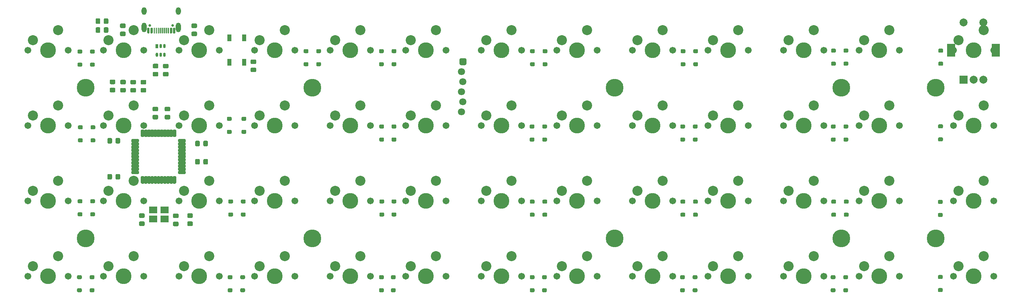
<source format=gbs>
G04 #@! TF.GenerationSoftware,KiCad,Pcbnew,(5.1.10-1-10_14)*
G04 #@! TF.CreationDate,2021-08-22T11:13:13-05:00*
G04 #@! TF.ProjectId,ori,6f72692e-6b69-4636-9164-5f7063625858,rev?*
G04 #@! TF.SameCoordinates,Original*
G04 #@! TF.FileFunction,Soldermask,Bot*
G04 #@! TF.FilePolarity,Negative*
%FSLAX46Y46*%
G04 Gerber Fmt 4.6, Leading zero omitted, Abs format (unit mm)*
G04 Created by KiCad (PCBNEW (5.1.10-1-10_14)) date 2021-08-22 11:13:13*
%MOMM*%
%LPD*%
G01*
G04 APERTURE LIST*
%ADD10C,4.500000*%
%ADD11C,2.540000*%
%ADD12C,1.701800*%
%ADD13C,3.987800*%
%ADD14R,2.000000X2.000000*%
%ADD15C,2.000000*%
%ADD16R,2.000000X3.200000*%
%ADD17R,2.100000X1.800000*%
%ADD18C,1.803400*%
%ADD19O,1.300000X2.400000*%
%ADD20O,1.300000X1.900000*%
%ADD21C,0.650000*%
%ADD22R,0.650000X1.060000*%
%ADD23R,1.100000X1.800000*%
G04 APERTURE END LIST*
D10*
X96440641Y-62706266D03*
X153590689Y-100806298D03*
X286940801Y-62706266D03*
X286940801Y-100806298D03*
X229790753Y-62706266D03*
X153590689Y-62706266D03*
X229790753Y-100806298D03*
X96440641Y-100806298D03*
X310753321Y-100806298D03*
X310753321Y-62706266D03*
G36*
G01*
X312340625Y-53806250D02*
X311640625Y-53806250D01*
G75*
G02*
X311390625Y-53556250I0J250000D01*
G01*
X311390625Y-53056250D01*
G75*
G02*
X311640625Y-52806250I250000J0D01*
G01*
X312340625Y-52806250D01*
G75*
G02*
X312590625Y-53056250I0J-250000D01*
G01*
X312590625Y-53556250D01*
G75*
G02*
X312340625Y-53806250I-250000J0D01*
G01*
G37*
G36*
G01*
X312340625Y-57106250D02*
X311640625Y-57106250D01*
G75*
G02*
X311390625Y-56856250I0J250000D01*
G01*
X311390625Y-56356250D01*
G75*
G02*
X311640625Y-56106250I250000J0D01*
G01*
X312340625Y-56106250D01*
G75*
G02*
X312590625Y-56356250I0J-250000D01*
G01*
X312590625Y-56856250D01*
G75*
G02*
X312340625Y-57106250I-250000J0D01*
G01*
G37*
G36*
G01*
X312240625Y-92056250D02*
X311540625Y-92056250D01*
G75*
G02*
X311290625Y-91806250I0J250000D01*
G01*
X311290625Y-91306250D01*
G75*
G02*
X311540625Y-91056250I250000J0D01*
G01*
X312240625Y-91056250D01*
G75*
G02*
X312490625Y-91306250I0J-250000D01*
G01*
X312490625Y-91806250D01*
G75*
G02*
X312240625Y-92056250I-250000J0D01*
G01*
G37*
G36*
G01*
X312240625Y-95356250D02*
X311540625Y-95356250D01*
G75*
G02*
X311290625Y-95106250I0J250000D01*
G01*
X311290625Y-94606250D01*
G75*
G02*
X311540625Y-94356250I250000J0D01*
G01*
X312240625Y-94356250D01*
G75*
G02*
X312490625Y-94606250I0J-250000D01*
G01*
X312490625Y-95106250D01*
G75*
G02*
X312240625Y-95356250I-250000J0D01*
G01*
G37*
D11*
X316468185Y-69691370D03*
X322818185Y-67151370D03*
D12*
X325358185Y-72231370D03*
X315198185Y-72231370D03*
D13*
X320278185Y-72231370D03*
D11*
X121205625Y-50641250D03*
X127555625Y-48101250D03*
D12*
X130095625Y-53181250D03*
X119935625Y-53181250D03*
D13*
X125015625Y-53181250D03*
D11*
X316468185Y-107791530D03*
X322818185Y-105251530D03*
D12*
X325358185Y-110331530D03*
X315198185Y-110331530D03*
D13*
X320278185Y-110331530D03*
G36*
G01*
X98537999Y-91899377D02*
X97837999Y-91899377D01*
G75*
G02*
X97587999Y-91649377I0J250000D01*
G01*
X97587999Y-91149377D01*
G75*
G02*
X97837999Y-90899377I250000J0D01*
G01*
X98537999Y-90899377D01*
G75*
G02*
X98787999Y-91149377I0J-250000D01*
G01*
X98787999Y-91649377D01*
G75*
G02*
X98537999Y-91899377I-250000J0D01*
G01*
G37*
G36*
G01*
X98537999Y-95199377D02*
X97837999Y-95199377D01*
G75*
G02*
X97587999Y-94949377I0J250000D01*
G01*
X97587999Y-94449377D01*
G75*
G02*
X97837999Y-94199377I250000J0D01*
G01*
X98537999Y-94199377D01*
G75*
G02*
X98787999Y-94449377I0J-250000D01*
G01*
X98787999Y-94949377D01*
G75*
G02*
X98537999Y-95199377I-250000J0D01*
G01*
G37*
G36*
G01*
X103650001Y-61800000D02*
X102749999Y-61800000D01*
G75*
G02*
X102500000Y-61550001I0J249999D01*
G01*
X102500000Y-60899999D01*
G75*
G02*
X102749999Y-60650000I249999J0D01*
G01*
X103650001Y-60650000D01*
G75*
G02*
X103900000Y-60899999I0J-249999D01*
G01*
X103900000Y-61550001D01*
G75*
G02*
X103650001Y-61800000I-249999J0D01*
G01*
G37*
G36*
G01*
X103650001Y-63850000D02*
X102749999Y-63850000D01*
G75*
G02*
X102500000Y-63600001I0J249999D01*
G01*
X102500000Y-62949999D01*
G75*
G02*
X102749999Y-62700000I249999J0D01*
G01*
X103650001Y-62700000D01*
G75*
G02*
X103900000Y-62949999I0J-249999D01*
G01*
X103900000Y-63600001D01*
G75*
G02*
X103650001Y-63850000I-249999J0D01*
G01*
G37*
G36*
G01*
X126100000Y-77250001D02*
X126100000Y-76349999D01*
G75*
G02*
X126349999Y-76100000I249999J0D01*
G01*
X127000001Y-76100000D01*
G75*
G02*
X127250000Y-76349999I0J-249999D01*
G01*
X127250000Y-77250001D01*
G75*
G02*
X127000001Y-77500000I-249999J0D01*
G01*
X126349999Y-77500000D01*
G75*
G02*
X126100000Y-77250001I0J249999D01*
G01*
G37*
G36*
G01*
X124050000Y-77250001D02*
X124050000Y-76349999D01*
G75*
G02*
X124299999Y-76100000I249999J0D01*
G01*
X124950001Y-76100000D01*
G75*
G02*
X125200000Y-76349999I0J-249999D01*
G01*
X125200000Y-77250001D01*
G75*
G02*
X124950001Y-77500000I-249999J0D01*
G01*
X124299999Y-77500000D01*
G75*
G02*
X124050000Y-77250001I0J249999D01*
G01*
G37*
G36*
G01*
X103075000Y-84749999D02*
X103075000Y-85650001D01*
G75*
G02*
X102825001Y-85900000I-249999J0D01*
G01*
X102174999Y-85900000D01*
G75*
G02*
X101925000Y-85650001I0J249999D01*
G01*
X101925000Y-84749999D01*
G75*
G02*
X102174999Y-84500000I249999J0D01*
G01*
X102825001Y-84500000D01*
G75*
G02*
X103075000Y-84749999I0J-249999D01*
G01*
G37*
G36*
G01*
X105125000Y-84749999D02*
X105125000Y-85650001D01*
G75*
G02*
X104875001Y-85900000I-249999J0D01*
G01*
X104224999Y-85900000D01*
G75*
G02*
X103975000Y-85650001I0J249999D01*
G01*
X103975000Y-84749999D01*
G75*
G02*
X104224999Y-84500000I249999J0D01*
G01*
X104875001Y-84500000D01*
G75*
G02*
X105125000Y-84749999I0J-249999D01*
G01*
G37*
G36*
G01*
X247381999Y-53944377D02*
X246681999Y-53944377D01*
G75*
G02*
X246431999Y-53694377I0J250000D01*
G01*
X246431999Y-53194377D01*
G75*
G02*
X246681999Y-52944377I250000J0D01*
G01*
X247381999Y-52944377D01*
G75*
G02*
X247631999Y-53194377I0J-250000D01*
G01*
X247631999Y-53694377D01*
G75*
G02*
X247381999Y-53944377I-250000J0D01*
G01*
G37*
G36*
G01*
X247381999Y-57244377D02*
X246681999Y-57244377D01*
G75*
G02*
X246431999Y-56994377I0J250000D01*
G01*
X246431999Y-56494377D01*
G75*
G02*
X246681999Y-56244377I250000J0D01*
G01*
X247381999Y-56244377D01*
G75*
G02*
X247631999Y-56494377I0J-250000D01*
G01*
X247631999Y-56994377D01*
G75*
G02*
X247381999Y-57244377I-250000J0D01*
G01*
G37*
D14*
X317752725Y-60693950D03*
D15*
X320252725Y-60693950D03*
X322752725Y-60693950D03*
D16*
X314652725Y-53193950D03*
X325852725Y-53193950D03*
D15*
X317752725Y-46193950D03*
X322752725Y-46193950D03*
G36*
G01*
X105396999Y-62738000D02*
X106297001Y-62738000D01*
G75*
G02*
X106547000Y-62987999I0J-249999D01*
G01*
X106547000Y-63638001D01*
G75*
G02*
X106297001Y-63888000I-249999J0D01*
G01*
X105396999Y-63888000D01*
G75*
G02*
X105147000Y-63638001I0J249999D01*
G01*
X105147000Y-62987999D01*
G75*
G02*
X105396999Y-62738000I249999J0D01*
G01*
G37*
G36*
G01*
X105396999Y-60688000D02*
X106297001Y-60688000D01*
G75*
G02*
X106547000Y-60937999I0J-249999D01*
G01*
X106547000Y-61588001D01*
G75*
G02*
X106297001Y-61838000I-249999J0D01*
G01*
X105396999Y-61838000D01*
G75*
G02*
X105147000Y-61588001I0J249999D01*
G01*
X105147000Y-60937999D01*
G75*
G02*
X105396999Y-60688000I249999J0D01*
G01*
G37*
G36*
G01*
X110549999Y-62750000D02*
X111450001Y-62750000D01*
G75*
G02*
X111700000Y-62999999I0J-249999D01*
G01*
X111700000Y-63650001D01*
G75*
G02*
X111450001Y-63900000I-249999J0D01*
G01*
X110549999Y-63900000D01*
G75*
G02*
X110300000Y-63650001I0J249999D01*
G01*
X110300000Y-62999999D01*
G75*
G02*
X110549999Y-62750000I249999J0D01*
G01*
G37*
G36*
G01*
X110549999Y-60700000D02*
X111450001Y-60700000D01*
G75*
G02*
X111700000Y-60949999I0J-249999D01*
G01*
X111700000Y-61600001D01*
G75*
G02*
X111450001Y-61850000I-249999J0D01*
G01*
X110549999Y-61850000D01*
G75*
G02*
X110300000Y-61600001I0J249999D01*
G01*
X110300000Y-60949999D01*
G75*
G02*
X110549999Y-60700000I249999J0D01*
G01*
G37*
G36*
G01*
X100100000Y-47649999D02*
X100100000Y-48550001D01*
G75*
G02*
X99850001Y-48800000I-249999J0D01*
G01*
X99199999Y-48800000D01*
G75*
G02*
X98950000Y-48550001I0J249999D01*
G01*
X98950000Y-47649999D01*
G75*
G02*
X99199999Y-47400000I249999J0D01*
G01*
X99850001Y-47400000D01*
G75*
G02*
X100100000Y-47649999I0J-249999D01*
G01*
G37*
G36*
G01*
X102150000Y-47649999D02*
X102150000Y-48550001D01*
G75*
G02*
X101900001Y-48800000I-249999J0D01*
G01*
X101249999Y-48800000D01*
G75*
G02*
X101000000Y-48550001I0J249999D01*
G01*
X101000000Y-47649999D01*
G75*
G02*
X101249999Y-47400000I249999J0D01*
G01*
X101900001Y-47400000D01*
G75*
G02*
X102150000Y-47649999I0J-249999D01*
G01*
G37*
G36*
G01*
X100100000Y-45399999D02*
X100100000Y-46300001D01*
G75*
G02*
X99850001Y-46550000I-249999J0D01*
G01*
X99199999Y-46550000D01*
G75*
G02*
X98950000Y-46300001I0J249999D01*
G01*
X98950000Y-45399999D01*
G75*
G02*
X99199999Y-45150000I249999J0D01*
G01*
X99850001Y-45150000D01*
G75*
G02*
X100100000Y-45399999I0J-249999D01*
G01*
G37*
G36*
G01*
X102150000Y-45399999D02*
X102150000Y-46300001D01*
G75*
G02*
X101900001Y-46550000I-249999J0D01*
G01*
X101249999Y-46550000D01*
G75*
G02*
X101000000Y-46300001I0J249999D01*
G01*
X101000000Y-45399999D01*
G75*
G02*
X101249999Y-45150000I249999J0D01*
G01*
X101900001Y-45150000D01*
G75*
G02*
X102150000Y-45399999I0J-249999D01*
G01*
G37*
G36*
G01*
X139159001Y-56698000D02*
X138258999Y-56698000D01*
G75*
G02*
X138009000Y-56448001I0J249999D01*
G01*
X138009000Y-55797999D01*
G75*
G02*
X138258999Y-55548000I249999J0D01*
G01*
X139159001Y-55548000D01*
G75*
G02*
X139409000Y-55797999I0J-249999D01*
G01*
X139409000Y-56448001D01*
G75*
G02*
X139159001Y-56698000I-249999J0D01*
G01*
G37*
G36*
G01*
X139159001Y-58748000D02*
X138258999Y-58748000D01*
G75*
G02*
X138009000Y-58498001I0J249999D01*
G01*
X138009000Y-57847999D01*
G75*
G02*
X138258999Y-57598000I249999J0D01*
G01*
X139159001Y-57598000D01*
G75*
G02*
X139409000Y-57847999I0J-249999D01*
G01*
X139409000Y-58498001D01*
G75*
G02*
X139159001Y-58748000I-249999J0D01*
G01*
G37*
G36*
G01*
X123349999Y-48500000D02*
X124250001Y-48500000D01*
G75*
G02*
X124500000Y-48749999I0J-249999D01*
G01*
X124500000Y-49400001D01*
G75*
G02*
X124250001Y-49650000I-249999J0D01*
G01*
X123349999Y-49650000D01*
G75*
G02*
X123100000Y-49400001I0J249999D01*
G01*
X123100000Y-48749999D01*
G75*
G02*
X123349999Y-48500000I249999J0D01*
G01*
G37*
G36*
G01*
X123349999Y-46450000D02*
X124250001Y-46450000D01*
G75*
G02*
X124500000Y-46699999I0J-249999D01*
G01*
X124500000Y-47350001D01*
G75*
G02*
X124250001Y-47600000I-249999J0D01*
G01*
X123349999Y-47600000D01*
G75*
G02*
X123100000Y-47350001I0J249999D01*
G01*
X123100000Y-46699999D01*
G75*
G02*
X123349999Y-46450000I249999J0D01*
G01*
G37*
G36*
G01*
X105349999Y-46450000D02*
X106250001Y-46450000D01*
G75*
G02*
X106500000Y-46699999I0J-249999D01*
G01*
X106500000Y-47350001D01*
G75*
G02*
X106250001Y-47600000I-249999J0D01*
G01*
X105349999Y-47600000D01*
G75*
G02*
X105100000Y-47350001I0J249999D01*
G01*
X105100000Y-46699999D01*
G75*
G02*
X105349999Y-46450000I249999J0D01*
G01*
G37*
G36*
G01*
X105349999Y-48500000D02*
X106250001Y-48500000D01*
G75*
G02*
X106500000Y-48749999I0J-249999D01*
G01*
X106500000Y-49400001D01*
G75*
G02*
X106250001Y-49650000I-249999J0D01*
G01*
X105349999Y-49650000D01*
G75*
G02*
X105100000Y-49400001I0J249999D01*
G01*
X105100000Y-48749999D01*
G75*
G02*
X105349999Y-48500000I249999J0D01*
G01*
G37*
G36*
G01*
X117080000Y-57783002D02*
X116179998Y-57783002D01*
G75*
G02*
X115929999Y-57533003I0J249999D01*
G01*
X115929999Y-56883001D01*
G75*
G02*
X116179998Y-56633002I249999J0D01*
G01*
X117080000Y-56633002D01*
G75*
G02*
X117329999Y-56883001I0J-249999D01*
G01*
X117329999Y-57533003D01*
G75*
G02*
X117080000Y-57783002I-249999J0D01*
G01*
G37*
G36*
G01*
X117080000Y-59833002D02*
X116179998Y-59833002D01*
G75*
G02*
X115929999Y-59583003I0J249999D01*
G01*
X115929999Y-58933001D01*
G75*
G02*
X116179998Y-58683002I249999J0D01*
G01*
X117080000Y-58683002D01*
G75*
G02*
X117329999Y-58933001I0J-249999D01*
G01*
X117329999Y-59583003D01*
G75*
G02*
X117080000Y-59833002I-249999J0D01*
G01*
G37*
G36*
G01*
X114496001Y-57774000D02*
X113595999Y-57774000D01*
G75*
G02*
X113346000Y-57524001I0J249999D01*
G01*
X113346000Y-56873999D01*
G75*
G02*
X113595999Y-56624000I249999J0D01*
G01*
X114496001Y-56624000D01*
G75*
G02*
X114746000Y-56873999I0J-249999D01*
G01*
X114746000Y-57524001D01*
G75*
G02*
X114496001Y-57774000I-249999J0D01*
G01*
G37*
G36*
G01*
X114496001Y-59824000D02*
X113595999Y-59824000D01*
G75*
G02*
X113346000Y-59574001I0J249999D01*
G01*
X113346000Y-58923999D01*
G75*
G02*
X113595999Y-58674000I249999J0D01*
G01*
X114496001Y-58674000D01*
G75*
G02*
X114746000Y-58923999I0J-249999D01*
G01*
X114746000Y-59574001D01*
G75*
G02*
X114496001Y-59824000I-249999J0D01*
G01*
G37*
G36*
G01*
X103977499Y-76550001D02*
X103977499Y-75649999D01*
G75*
G02*
X104227498Y-75400000I249999J0D01*
G01*
X104877500Y-75400000D01*
G75*
G02*
X105127499Y-75649999I0J-249999D01*
G01*
X105127499Y-76550001D01*
G75*
G02*
X104877500Y-76800000I-249999J0D01*
G01*
X104227498Y-76800000D01*
G75*
G02*
X103977499Y-76550001I0J249999D01*
G01*
G37*
G36*
G01*
X101927499Y-76550001D02*
X101927499Y-75649999D01*
G75*
G02*
X102177498Y-75400000I249999J0D01*
G01*
X102827500Y-75400000D01*
G75*
G02*
X103077499Y-75649999I0J-249999D01*
G01*
X103077499Y-76550001D01*
G75*
G02*
X102827500Y-76800000I-249999J0D01*
G01*
X102177498Y-76800000D01*
G75*
G02*
X101927499Y-76550001I0J249999D01*
G01*
G37*
G36*
G01*
X122299999Y-96500000D02*
X123200001Y-96500000D01*
G75*
G02*
X123450000Y-96749999I0J-249999D01*
G01*
X123450000Y-97400001D01*
G75*
G02*
X123200001Y-97650000I-249999J0D01*
G01*
X122299999Y-97650000D01*
G75*
G02*
X122050000Y-97400001I0J249999D01*
G01*
X122050000Y-96749999D01*
G75*
G02*
X122299999Y-96500000I249999J0D01*
G01*
G37*
G36*
G01*
X122299999Y-94450000D02*
X123200001Y-94450000D01*
G75*
G02*
X123450000Y-94699999I0J-249999D01*
G01*
X123450000Y-95350001D01*
G75*
G02*
X123200001Y-95600000I-249999J0D01*
G01*
X122299999Y-95600000D01*
G75*
G02*
X122050000Y-95350001I0J249999D01*
G01*
X122050000Y-94699999D01*
G75*
G02*
X122299999Y-94450000I249999J0D01*
G01*
G37*
G36*
G01*
X117500001Y-68650000D02*
X116599999Y-68650000D01*
G75*
G02*
X116350000Y-68400001I0J249999D01*
G01*
X116350000Y-67749999D01*
G75*
G02*
X116599999Y-67500000I249999J0D01*
G01*
X117500001Y-67500000D01*
G75*
G02*
X117750000Y-67749999I0J-249999D01*
G01*
X117750000Y-68400001D01*
G75*
G02*
X117500001Y-68650000I-249999J0D01*
G01*
G37*
G36*
G01*
X117500001Y-70700000D02*
X116599999Y-70700000D01*
G75*
G02*
X116350000Y-70450001I0J249999D01*
G01*
X116350000Y-69799999D01*
G75*
G02*
X116599999Y-69550000I249999J0D01*
G01*
X117500001Y-69550000D01*
G75*
G02*
X117750000Y-69799999I0J-249999D01*
G01*
X117750000Y-70450001D01*
G75*
G02*
X117500001Y-70700000I-249999J0D01*
G01*
G37*
G36*
G01*
X114450001Y-68650000D02*
X113549999Y-68650000D01*
G75*
G02*
X113300000Y-68400001I0J249999D01*
G01*
X113300000Y-67749999D01*
G75*
G02*
X113549999Y-67500000I249999J0D01*
G01*
X114450001Y-67500000D01*
G75*
G02*
X114700000Y-67749999I0J-249999D01*
G01*
X114700000Y-68400001D01*
G75*
G02*
X114450001Y-68650000I-249999J0D01*
G01*
G37*
G36*
G01*
X114450001Y-70700000D02*
X113549999Y-70700000D01*
G75*
G02*
X113300000Y-70450001I0J249999D01*
G01*
X113300000Y-69799999D01*
G75*
G02*
X113549999Y-69550000I249999J0D01*
G01*
X114450001Y-69550000D01*
G75*
G02*
X114700000Y-69799999I0J-249999D01*
G01*
X114700000Y-70450001D01*
G75*
G02*
X114450001Y-70700000I-249999J0D01*
G01*
G37*
G36*
G01*
X119600001Y-95650000D02*
X118699999Y-95650000D01*
G75*
G02*
X118450000Y-95400001I0J249999D01*
G01*
X118450000Y-94749999D01*
G75*
G02*
X118699999Y-94500000I249999J0D01*
G01*
X119600001Y-94500000D01*
G75*
G02*
X119850000Y-94749999I0J-249999D01*
G01*
X119850000Y-95400001D01*
G75*
G02*
X119600001Y-95650000I-249999J0D01*
G01*
G37*
G36*
G01*
X119600001Y-97700000D02*
X118699999Y-97700000D01*
G75*
G02*
X118450000Y-97450001I0J249999D01*
G01*
X118450000Y-96799999D01*
G75*
G02*
X118699999Y-96550000I249999J0D01*
G01*
X119600001Y-96550000D01*
G75*
G02*
X119850000Y-96799999I0J-249999D01*
G01*
X119850000Y-97450001D01*
G75*
G02*
X119600001Y-97700000I-249999J0D01*
G01*
G37*
G36*
G01*
X110149999Y-96500000D02*
X111050001Y-96500000D01*
G75*
G02*
X111300000Y-96749999I0J-249999D01*
G01*
X111300000Y-97400001D01*
G75*
G02*
X111050001Y-97650000I-249999J0D01*
G01*
X110149999Y-97650000D01*
G75*
G02*
X109900000Y-97400001I0J249999D01*
G01*
X109900000Y-96749999D01*
G75*
G02*
X110149999Y-96500000I249999J0D01*
G01*
G37*
G36*
G01*
X110149999Y-94450000D02*
X111050001Y-94450000D01*
G75*
G02*
X111300000Y-94699999I0J-249999D01*
G01*
X111300000Y-95350001D01*
G75*
G02*
X111050001Y-95600000I-249999J0D01*
G01*
X110149999Y-95600000D01*
G75*
G02*
X109900000Y-95350001I0J249999D01*
G01*
X109900000Y-94699999D01*
G75*
G02*
X110149999Y-94450000I249999J0D01*
G01*
G37*
G36*
G01*
X126100000Y-81850001D02*
X126100000Y-80949999D01*
G75*
G02*
X126349999Y-80700000I249999J0D01*
G01*
X127000001Y-80700000D01*
G75*
G02*
X127250000Y-80949999I0J-249999D01*
G01*
X127250000Y-81850001D01*
G75*
G02*
X127000001Y-82100000I-249999J0D01*
G01*
X126349999Y-82100000D01*
G75*
G02*
X126100000Y-81850001I0J249999D01*
G01*
G37*
G36*
G01*
X124050000Y-81850001D02*
X124050000Y-80949999D01*
G75*
G02*
X124299999Y-80700000I249999J0D01*
G01*
X124950001Y-80700000D01*
G75*
G02*
X125200000Y-80949999I0J-249999D01*
G01*
X125200000Y-81850001D01*
G75*
G02*
X124950001Y-82100000I-249999J0D01*
G01*
X124299999Y-82100000D01*
G75*
G02*
X124050000Y-81850001I0J249999D01*
G01*
G37*
G36*
G01*
X108850001Y-61850000D02*
X107949999Y-61850000D01*
G75*
G02*
X107700000Y-61600001I0J249999D01*
G01*
X107700000Y-60949999D01*
G75*
G02*
X107949999Y-60700000I249999J0D01*
G01*
X108850001Y-60700000D01*
G75*
G02*
X109100000Y-60949999I0J-249999D01*
G01*
X109100000Y-61600001D01*
G75*
G02*
X108850001Y-61850000I-249999J0D01*
G01*
G37*
G36*
G01*
X108850001Y-63900000D02*
X107949999Y-63900000D01*
G75*
G02*
X107700000Y-63650001I0J249999D01*
G01*
X107700000Y-62999999D01*
G75*
G02*
X107949999Y-62750000I249999J0D01*
G01*
X108850001Y-62750000D01*
G75*
G02*
X109100000Y-62999999I0J-249999D01*
G01*
X109100000Y-63650001D01*
G75*
G02*
X108850001Y-63900000I-249999J0D01*
G01*
G37*
D17*
X116350000Y-93550000D03*
X113450000Y-93550000D03*
X113450000Y-95850000D03*
X116350000Y-95850000D03*
G36*
G01*
X192448100Y-55649150D02*
X192448100Y-56550850D01*
G75*
G02*
X191997250Y-57001700I-450850J0D01*
G01*
X191095550Y-57001700D01*
G75*
G02*
X190644700Y-56550850I0J450850D01*
G01*
X190644700Y-55649150D01*
G75*
G02*
X191095550Y-55198300I450850J0D01*
G01*
X191997250Y-55198300D01*
G75*
G02*
X192448100Y-55649150I0J-450850D01*
G01*
G37*
D18*
X191140000Y-58640000D03*
X191546400Y-61180000D03*
X191140000Y-63720000D03*
X191546400Y-66260000D03*
X191140000Y-68800000D03*
G36*
G01*
X119250000Y-73450000D02*
X119250000Y-74950000D01*
G75*
G02*
X119050000Y-75150000I-200000J0D01*
G01*
X118550000Y-75150000D01*
G75*
G02*
X118350000Y-74950000I0J200000D01*
G01*
X118350000Y-73450000D01*
G75*
G02*
X118550000Y-73250000I200000J0D01*
G01*
X119050000Y-73250000D01*
G75*
G02*
X119250000Y-73450000I0J-200000D01*
G01*
G37*
G36*
G01*
X118450000Y-73450000D02*
X118450000Y-74950000D01*
G75*
G02*
X118250000Y-75150000I-200000J0D01*
G01*
X117750000Y-75150000D01*
G75*
G02*
X117550000Y-74950000I0J200000D01*
G01*
X117550000Y-73450000D01*
G75*
G02*
X117750000Y-73250000I200000J0D01*
G01*
X118250000Y-73250000D01*
G75*
G02*
X118450000Y-73450000I0J-200000D01*
G01*
G37*
G36*
G01*
X117650000Y-73450000D02*
X117650000Y-74950000D01*
G75*
G02*
X117450000Y-75150000I-200000J0D01*
G01*
X116950000Y-75150000D01*
G75*
G02*
X116750000Y-74950000I0J200000D01*
G01*
X116750000Y-73450000D01*
G75*
G02*
X116950000Y-73250000I200000J0D01*
G01*
X117450000Y-73250000D01*
G75*
G02*
X117650000Y-73450000I0J-200000D01*
G01*
G37*
G36*
G01*
X116850000Y-73450000D02*
X116850000Y-74950000D01*
G75*
G02*
X116650000Y-75150000I-200000J0D01*
G01*
X116150000Y-75150000D01*
G75*
G02*
X115950000Y-74950000I0J200000D01*
G01*
X115950000Y-73450000D01*
G75*
G02*
X116150000Y-73250000I200000J0D01*
G01*
X116650000Y-73250000D01*
G75*
G02*
X116850000Y-73450000I0J-200000D01*
G01*
G37*
G36*
G01*
X116050000Y-73450000D02*
X116050000Y-74950000D01*
G75*
G02*
X115850000Y-75150000I-200000J0D01*
G01*
X115350000Y-75150000D01*
G75*
G02*
X115150000Y-74950000I0J200000D01*
G01*
X115150000Y-73450000D01*
G75*
G02*
X115350000Y-73250000I200000J0D01*
G01*
X115850000Y-73250000D01*
G75*
G02*
X116050000Y-73450000I0J-200000D01*
G01*
G37*
G36*
G01*
X115250000Y-73450000D02*
X115250000Y-74950000D01*
G75*
G02*
X115050000Y-75150000I-200000J0D01*
G01*
X114550000Y-75150000D01*
G75*
G02*
X114350000Y-74950000I0J200000D01*
G01*
X114350000Y-73450000D01*
G75*
G02*
X114550000Y-73250000I200000J0D01*
G01*
X115050000Y-73250000D01*
G75*
G02*
X115250000Y-73450000I0J-200000D01*
G01*
G37*
G36*
G01*
X114450000Y-73450000D02*
X114450000Y-74950000D01*
G75*
G02*
X114250000Y-75150000I-200000J0D01*
G01*
X113750000Y-75150000D01*
G75*
G02*
X113550000Y-74950000I0J200000D01*
G01*
X113550000Y-73450000D01*
G75*
G02*
X113750000Y-73250000I200000J0D01*
G01*
X114250000Y-73250000D01*
G75*
G02*
X114450000Y-73450000I0J-200000D01*
G01*
G37*
G36*
G01*
X113650000Y-73450000D02*
X113650000Y-74950000D01*
G75*
G02*
X113450000Y-75150000I-200000J0D01*
G01*
X112950000Y-75150000D01*
G75*
G02*
X112750000Y-74950000I0J200000D01*
G01*
X112750000Y-73450000D01*
G75*
G02*
X112950000Y-73250000I200000J0D01*
G01*
X113450000Y-73250000D01*
G75*
G02*
X113650000Y-73450000I0J-200000D01*
G01*
G37*
G36*
G01*
X112850000Y-73450000D02*
X112850000Y-74950000D01*
G75*
G02*
X112650000Y-75150000I-200000J0D01*
G01*
X112150000Y-75150000D01*
G75*
G02*
X111950000Y-74950000I0J200000D01*
G01*
X111950000Y-73450000D01*
G75*
G02*
X112150000Y-73250000I200000J0D01*
G01*
X112650000Y-73250000D01*
G75*
G02*
X112850000Y-73450000I0J-200000D01*
G01*
G37*
G36*
G01*
X112050000Y-73450000D02*
X112050000Y-74950000D01*
G75*
G02*
X111850000Y-75150000I-200000J0D01*
G01*
X111350000Y-75150000D01*
G75*
G02*
X111150000Y-74950000I0J200000D01*
G01*
X111150000Y-73450000D01*
G75*
G02*
X111350000Y-73250000I200000J0D01*
G01*
X111850000Y-73250000D01*
G75*
G02*
X112050000Y-73450000I0J-200000D01*
G01*
G37*
G36*
G01*
X111250000Y-73450000D02*
X111250000Y-74950000D01*
G75*
G02*
X111050000Y-75150000I-200000J0D01*
G01*
X110550000Y-75150000D01*
G75*
G02*
X110350000Y-74950000I0J200000D01*
G01*
X110350000Y-73450000D01*
G75*
G02*
X110550000Y-73250000I200000J0D01*
G01*
X111050000Y-73250000D01*
G75*
G02*
X111250000Y-73450000I0J-200000D01*
G01*
G37*
G36*
G01*
X109850000Y-75850000D02*
X109850000Y-76350000D01*
G75*
G02*
X109650000Y-76550000I-200000J0D01*
G01*
X108150000Y-76550000D01*
G75*
G02*
X107950000Y-76350000I0J200000D01*
G01*
X107950000Y-75850000D01*
G75*
G02*
X108150000Y-75650000I200000J0D01*
G01*
X109650000Y-75650000D01*
G75*
G02*
X109850000Y-75850000I0J-200000D01*
G01*
G37*
G36*
G01*
X109850000Y-76650000D02*
X109850000Y-77150000D01*
G75*
G02*
X109650000Y-77350000I-200000J0D01*
G01*
X108150000Y-77350000D01*
G75*
G02*
X107950000Y-77150000I0J200000D01*
G01*
X107950000Y-76650000D01*
G75*
G02*
X108150000Y-76450000I200000J0D01*
G01*
X109650000Y-76450000D01*
G75*
G02*
X109850000Y-76650000I0J-200000D01*
G01*
G37*
G36*
G01*
X109850000Y-77450000D02*
X109850000Y-77950000D01*
G75*
G02*
X109650000Y-78150000I-200000J0D01*
G01*
X108150000Y-78150000D01*
G75*
G02*
X107950000Y-77950000I0J200000D01*
G01*
X107950000Y-77450000D01*
G75*
G02*
X108150000Y-77250000I200000J0D01*
G01*
X109650000Y-77250000D01*
G75*
G02*
X109850000Y-77450000I0J-200000D01*
G01*
G37*
G36*
G01*
X109850000Y-78250000D02*
X109850000Y-78750000D01*
G75*
G02*
X109650000Y-78950000I-200000J0D01*
G01*
X108150000Y-78950000D01*
G75*
G02*
X107950000Y-78750000I0J200000D01*
G01*
X107950000Y-78250000D01*
G75*
G02*
X108150000Y-78050000I200000J0D01*
G01*
X109650000Y-78050000D01*
G75*
G02*
X109850000Y-78250000I0J-200000D01*
G01*
G37*
G36*
G01*
X109850000Y-79050000D02*
X109850000Y-79550000D01*
G75*
G02*
X109650000Y-79750000I-200000J0D01*
G01*
X108150000Y-79750000D01*
G75*
G02*
X107950000Y-79550000I0J200000D01*
G01*
X107950000Y-79050000D01*
G75*
G02*
X108150000Y-78850000I200000J0D01*
G01*
X109650000Y-78850000D01*
G75*
G02*
X109850000Y-79050000I0J-200000D01*
G01*
G37*
G36*
G01*
X109850000Y-79850000D02*
X109850000Y-80350000D01*
G75*
G02*
X109650000Y-80550000I-200000J0D01*
G01*
X108150000Y-80550000D01*
G75*
G02*
X107950000Y-80350000I0J200000D01*
G01*
X107950000Y-79850000D01*
G75*
G02*
X108150000Y-79650000I200000J0D01*
G01*
X109650000Y-79650000D01*
G75*
G02*
X109850000Y-79850000I0J-200000D01*
G01*
G37*
G36*
G01*
X109850000Y-80650000D02*
X109850000Y-81150000D01*
G75*
G02*
X109650000Y-81350000I-200000J0D01*
G01*
X108150000Y-81350000D01*
G75*
G02*
X107950000Y-81150000I0J200000D01*
G01*
X107950000Y-80650000D01*
G75*
G02*
X108150000Y-80450000I200000J0D01*
G01*
X109650000Y-80450000D01*
G75*
G02*
X109850000Y-80650000I0J-200000D01*
G01*
G37*
G36*
G01*
X109850000Y-81450000D02*
X109850000Y-81950000D01*
G75*
G02*
X109650000Y-82150000I-200000J0D01*
G01*
X108150000Y-82150000D01*
G75*
G02*
X107950000Y-81950000I0J200000D01*
G01*
X107950000Y-81450000D01*
G75*
G02*
X108150000Y-81250000I200000J0D01*
G01*
X109650000Y-81250000D01*
G75*
G02*
X109850000Y-81450000I0J-200000D01*
G01*
G37*
G36*
G01*
X109850000Y-82250000D02*
X109850000Y-82750000D01*
G75*
G02*
X109650000Y-82950000I-200000J0D01*
G01*
X108150000Y-82950000D01*
G75*
G02*
X107950000Y-82750000I0J200000D01*
G01*
X107950000Y-82250000D01*
G75*
G02*
X108150000Y-82050000I200000J0D01*
G01*
X109650000Y-82050000D01*
G75*
G02*
X109850000Y-82250000I0J-200000D01*
G01*
G37*
G36*
G01*
X109850000Y-83050000D02*
X109850000Y-83550000D01*
G75*
G02*
X109650000Y-83750000I-200000J0D01*
G01*
X108150000Y-83750000D01*
G75*
G02*
X107950000Y-83550000I0J200000D01*
G01*
X107950000Y-83050000D01*
G75*
G02*
X108150000Y-82850000I200000J0D01*
G01*
X109650000Y-82850000D01*
G75*
G02*
X109850000Y-83050000I0J-200000D01*
G01*
G37*
G36*
G01*
X109850000Y-83850000D02*
X109850000Y-84350000D01*
G75*
G02*
X109650000Y-84550000I-200000J0D01*
G01*
X108150000Y-84550000D01*
G75*
G02*
X107950000Y-84350000I0J200000D01*
G01*
X107950000Y-83850000D01*
G75*
G02*
X108150000Y-83650000I200000J0D01*
G01*
X109650000Y-83650000D01*
G75*
G02*
X109850000Y-83850000I0J-200000D01*
G01*
G37*
G36*
G01*
X111250000Y-85250000D02*
X111250000Y-86750000D01*
G75*
G02*
X111050000Y-86950000I-200000J0D01*
G01*
X110550000Y-86950000D01*
G75*
G02*
X110350000Y-86750000I0J200000D01*
G01*
X110350000Y-85250000D01*
G75*
G02*
X110550000Y-85050000I200000J0D01*
G01*
X111050000Y-85050000D01*
G75*
G02*
X111250000Y-85250000I0J-200000D01*
G01*
G37*
G36*
G01*
X112050000Y-85250000D02*
X112050000Y-86750000D01*
G75*
G02*
X111850000Y-86950000I-200000J0D01*
G01*
X111350000Y-86950000D01*
G75*
G02*
X111150000Y-86750000I0J200000D01*
G01*
X111150000Y-85250000D01*
G75*
G02*
X111350000Y-85050000I200000J0D01*
G01*
X111850000Y-85050000D01*
G75*
G02*
X112050000Y-85250000I0J-200000D01*
G01*
G37*
G36*
G01*
X112850000Y-85250000D02*
X112850000Y-86750000D01*
G75*
G02*
X112650000Y-86950000I-200000J0D01*
G01*
X112150000Y-86950000D01*
G75*
G02*
X111950000Y-86750000I0J200000D01*
G01*
X111950000Y-85250000D01*
G75*
G02*
X112150000Y-85050000I200000J0D01*
G01*
X112650000Y-85050000D01*
G75*
G02*
X112850000Y-85250000I0J-200000D01*
G01*
G37*
G36*
G01*
X113650000Y-85250000D02*
X113650000Y-86750000D01*
G75*
G02*
X113450000Y-86950000I-200000J0D01*
G01*
X112950000Y-86950000D01*
G75*
G02*
X112750000Y-86750000I0J200000D01*
G01*
X112750000Y-85250000D01*
G75*
G02*
X112950000Y-85050000I200000J0D01*
G01*
X113450000Y-85050000D01*
G75*
G02*
X113650000Y-85250000I0J-200000D01*
G01*
G37*
G36*
G01*
X114450000Y-85250000D02*
X114450000Y-86750000D01*
G75*
G02*
X114250000Y-86950000I-200000J0D01*
G01*
X113750000Y-86950000D01*
G75*
G02*
X113550000Y-86750000I0J200000D01*
G01*
X113550000Y-85250000D01*
G75*
G02*
X113750000Y-85050000I200000J0D01*
G01*
X114250000Y-85050000D01*
G75*
G02*
X114450000Y-85250000I0J-200000D01*
G01*
G37*
G36*
G01*
X115250000Y-85250000D02*
X115250000Y-86750000D01*
G75*
G02*
X115050000Y-86950000I-200000J0D01*
G01*
X114550000Y-86950000D01*
G75*
G02*
X114350000Y-86750000I0J200000D01*
G01*
X114350000Y-85250000D01*
G75*
G02*
X114550000Y-85050000I200000J0D01*
G01*
X115050000Y-85050000D01*
G75*
G02*
X115250000Y-85250000I0J-200000D01*
G01*
G37*
G36*
G01*
X116050000Y-85250000D02*
X116050000Y-86750000D01*
G75*
G02*
X115850000Y-86950000I-200000J0D01*
G01*
X115350000Y-86950000D01*
G75*
G02*
X115150000Y-86750000I0J200000D01*
G01*
X115150000Y-85250000D01*
G75*
G02*
X115350000Y-85050000I200000J0D01*
G01*
X115850000Y-85050000D01*
G75*
G02*
X116050000Y-85250000I0J-200000D01*
G01*
G37*
G36*
G01*
X116850000Y-85250000D02*
X116850000Y-86750000D01*
G75*
G02*
X116650000Y-86950000I-200000J0D01*
G01*
X116150000Y-86950000D01*
G75*
G02*
X115950000Y-86750000I0J200000D01*
G01*
X115950000Y-85250000D01*
G75*
G02*
X116150000Y-85050000I200000J0D01*
G01*
X116650000Y-85050000D01*
G75*
G02*
X116850000Y-85250000I0J-200000D01*
G01*
G37*
G36*
G01*
X117650000Y-85250000D02*
X117650000Y-86750000D01*
G75*
G02*
X117450000Y-86950000I-200000J0D01*
G01*
X116950000Y-86950000D01*
G75*
G02*
X116750000Y-86750000I0J200000D01*
G01*
X116750000Y-85250000D01*
G75*
G02*
X116950000Y-85050000I200000J0D01*
G01*
X117450000Y-85050000D01*
G75*
G02*
X117650000Y-85250000I0J-200000D01*
G01*
G37*
G36*
G01*
X118450000Y-85250000D02*
X118450000Y-86750000D01*
G75*
G02*
X118250000Y-86950000I-200000J0D01*
G01*
X117750000Y-86950000D01*
G75*
G02*
X117550000Y-86750000I0J200000D01*
G01*
X117550000Y-85250000D01*
G75*
G02*
X117750000Y-85050000I200000J0D01*
G01*
X118250000Y-85050000D01*
G75*
G02*
X118450000Y-85250000I0J-200000D01*
G01*
G37*
G36*
G01*
X119250000Y-85250000D02*
X119250000Y-86750000D01*
G75*
G02*
X119050000Y-86950000I-200000J0D01*
G01*
X118550000Y-86950000D01*
G75*
G02*
X118350000Y-86750000I0J200000D01*
G01*
X118350000Y-85250000D01*
G75*
G02*
X118550000Y-85050000I200000J0D01*
G01*
X119050000Y-85050000D01*
G75*
G02*
X119250000Y-85250000I0J-200000D01*
G01*
G37*
G36*
G01*
X121650000Y-83850000D02*
X121650000Y-84350000D01*
G75*
G02*
X121450000Y-84550000I-200000J0D01*
G01*
X119950000Y-84550000D01*
G75*
G02*
X119750000Y-84350000I0J200000D01*
G01*
X119750000Y-83850000D01*
G75*
G02*
X119950000Y-83650000I200000J0D01*
G01*
X121450000Y-83650000D01*
G75*
G02*
X121650000Y-83850000I0J-200000D01*
G01*
G37*
G36*
G01*
X121650000Y-83050000D02*
X121650000Y-83550000D01*
G75*
G02*
X121450000Y-83750000I-200000J0D01*
G01*
X119950000Y-83750000D01*
G75*
G02*
X119750000Y-83550000I0J200000D01*
G01*
X119750000Y-83050000D01*
G75*
G02*
X119950000Y-82850000I200000J0D01*
G01*
X121450000Y-82850000D01*
G75*
G02*
X121650000Y-83050000I0J-200000D01*
G01*
G37*
G36*
G01*
X121650000Y-82250000D02*
X121650000Y-82750000D01*
G75*
G02*
X121450000Y-82950000I-200000J0D01*
G01*
X119950000Y-82950000D01*
G75*
G02*
X119750000Y-82750000I0J200000D01*
G01*
X119750000Y-82250000D01*
G75*
G02*
X119950000Y-82050000I200000J0D01*
G01*
X121450000Y-82050000D01*
G75*
G02*
X121650000Y-82250000I0J-200000D01*
G01*
G37*
G36*
G01*
X121650000Y-81450000D02*
X121650000Y-81950000D01*
G75*
G02*
X121450000Y-82150000I-200000J0D01*
G01*
X119950000Y-82150000D01*
G75*
G02*
X119750000Y-81950000I0J200000D01*
G01*
X119750000Y-81450000D01*
G75*
G02*
X119950000Y-81250000I200000J0D01*
G01*
X121450000Y-81250000D01*
G75*
G02*
X121650000Y-81450000I0J-200000D01*
G01*
G37*
G36*
G01*
X121650000Y-80650000D02*
X121650000Y-81150000D01*
G75*
G02*
X121450000Y-81350000I-200000J0D01*
G01*
X119950000Y-81350000D01*
G75*
G02*
X119750000Y-81150000I0J200000D01*
G01*
X119750000Y-80650000D01*
G75*
G02*
X119950000Y-80450000I200000J0D01*
G01*
X121450000Y-80450000D01*
G75*
G02*
X121650000Y-80650000I0J-200000D01*
G01*
G37*
G36*
G01*
X121650000Y-79850000D02*
X121650000Y-80350000D01*
G75*
G02*
X121450000Y-80550000I-200000J0D01*
G01*
X119950000Y-80550000D01*
G75*
G02*
X119750000Y-80350000I0J200000D01*
G01*
X119750000Y-79850000D01*
G75*
G02*
X119950000Y-79650000I200000J0D01*
G01*
X121450000Y-79650000D01*
G75*
G02*
X121650000Y-79850000I0J-200000D01*
G01*
G37*
G36*
G01*
X121650000Y-79050000D02*
X121650000Y-79550000D01*
G75*
G02*
X121450000Y-79750000I-200000J0D01*
G01*
X119950000Y-79750000D01*
G75*
G02*
X119750000Y-79550000I0J200000D01*
G01*
X119750000Y-79050000D01*
G75*
G02*
X119950000Y-78850000I200000J0D01*
G01*
X121450000Y-78850000D01*
G75*
G02*
X121650000Y-79050000I0J-200000D01*
G01*
G37*
G36*
G01*
X121650000Y-78250000D02*
X121650000Y-78750000D01*
G75*
G02*
X121450000Y-78950000I-200000J0D01*
G01*
X119950000Y-78950000D01*
G75*
G02*
X119750000Y-78750000I0J200000D01*
G01*
X119750000Y-78250000D01*
G75*
G02*
X119950000Y-78050000I200000J0D01*
G01*
X121450000Y-78050000D01*
G75*
G02*
X121650000Y-78250000I0J-200000D01*
G01*
G37*
G36*
G01*
X121650000Y-77450000D02*
X121650000Y-77950000D01*
G75*
G02*
X121450000Y-78150000I-200000J0D01*
G01*
X119950000Y-78150000D01*
G75*
G02*
X119750000Y-77950000I0J200000D01*
G01*
X119750000Y-77450000D01*
G75*
G02*
X119950000Y-77250000I200000J0D01*
G01*
X121450000Y-77250000D01*
G75*
G02*
X121650000Y-77450000I0J-200000D01*
G01*
G37*
G36*
G01*
X121650000Y-76650000D02*
X121650000Y-77150000D01*
G75*
G02*
X121450000Y-77350000I-200000J0D01*
G01*
X119950000Y-77350000D01*
G75*
G02*
X119750000Y-77150000I0J200000D01*
G01*
X119750000Y-76650000D01*
G75*
G02*
X119950000Y-76450000I200000J0D01*
G01*
X121450000Y-76450000D01*
G75*
G02*
X121650000Y-76650000I0J-200000D01*
G01*
G37*
G36*
G01*
X121650000Y-75850000D02*
X121650000Y-76350000D01*
G75*
G02*
X121450000Y-76550000I-200000J0D01*
G01*
X119950000Y-76550000D01*
G75*
G02*
X119750000Y-76350000I0J200000D01*
G01*
X119750000Y-75850000D01*
G75*
G02*
X119950000Y-75650000I200000J0D01*
G01*
X121450000Y-75650000D01*
G75*
G02*
X121650000Y-75850000I0J-200000D01*
G01*
G37*
G36*
G01*
X95312999Y-54041377D02*
X94612999Y-54041377D01*
G75*
G02*
X94362999Y-53791377I0J250000D01*
G01*
X94362999Y-53291377D01*
G75*
G02*
X94612999Y-53041377I250000J0D01*
G01*
X95312999Y-53041377D01*
G75*
G02*
X95562999Y-53291377I0J-250000D01*
G01*
X95562999Y-53791377D01*
G75*
G02*
X95312999Y-54041377I-250000J0D01*
G01*
G37*
G36*
G01*
X95312999Y-57341377D02*
X94612999Y-57341377D01*
G75*
G02*
X94362999Y-57091377I0J250000D01*
G01*
X94362999Y-56591377D01*
G75*
G02*
X94612999Y-56341377I250000J0D01*
G01*
X95312999Y-56341377D01*
G75*
G02*
X95562999Y-56591377I0J-250000D01*
G01*
X95562999Y-57091377D01*
G75*
G02*
X95312999Y-57341377I-250000J0D01*
G01*
G37*
G36*
G01*
X98487999Y-54041377D02*
X97787999Y-54041377D01*
G75*
G02*
X97537999Y-53791377I0J250000D01*
G01*
X97537999Y-53291377D01*
G75*
G02*
X97787999Y-53041377I250000J0D01*
G01*
X98487999Y-53041377D01*
G75*
G02*
X98737999Y-53291377I0J-250000D01*
G01*
X98737999Y-53791377D01*
G75*
G02*
X98487999Y-54041377I-250000J0D01*
G01*
G37*
G36*
G01*
X98487999Y-57341377D02*
X97787999Y-57341377D01*
G75*
G02*
X97537999Y-57091377I0J250000D01*
G01*
X97537999Y-56591377D01*
G75*
G02*
X97787999Y-56341377I250000J0D01*
G01*
X98487999Y-56341377D01*
G75*
G02*
X98737999Y-56591377I0J-250000D01*
G01*
X98737999Y-57091377D01*
G75*
G02*
X98487999Y-57341377I-250000J0D01*
G01*
G37*
G36*
G01*
X152335999Y-53931002D02*
X151635999Y-53931002D01*
G75*
G02*
X151385999Y-53681002I0J250000D01*
G01*
X151385999Y-53181002D01*
G75*
G02*
X151635999Y-52931002I250000J0D01*
G01*
X152335999Y-52931002D01*
G75*
G02*
X152585999Y-53181002I0J-250000D01*
G01*
X152585999Y-53681002D01*
G75*
G02*
X152335999Y-53931002I-250000J0D01*
G01*
G37*
G36*
G01*
X152335999Y-57231002D02*
X151635999Y-57231002D01*
G75*
G02*
X151385999Y-56981002I0J250000D01*
G01*
X151385999Y-56481002D01*
G75*
G02*
X151635999Y-56231002I250000J0D01*
G01*
X152335999Y-56231002D01*
G75*
G02*
X152585999Y-56481002I0J-250000D01*
G01*
X152585999Y-56981002D01*
G75*
G02*
X152335999Y-57231002I-250000J0D01*
G01*
G37*
G36*
G01*
X155510999Y-53931002D02*
X154810999Y-53931002D01*
G75*
G02*
X154560999Y-53681002I0J250000D01*
G01*
X154560999Y-53181002D01*
G75*
G02*
X154810999Y-52931002I250000J0D01*
G01*
X155510999Y-52931002D01*
G75*
G02*
X155760999Y-53181002I0J-250000D01*
G01*
X155760999Y-53681002D01*
G75*
G02*
X155510999Y-53931002I-250000J0D01*
G01*
G37*
G36*
G01*
X155510999Y-57231002D02*
X154810999Y-57231002D01*
G75*
G02*
X154560999Y-56981002I0J250000D01*
G01*
X154560999Y-56481002D01*
G75*
G02*
X154810999Y-56231002I250000J0D01*
G01*
X155510999Y-56231002D01*
G75*
G02*
X155760999Y-56481002I0J-250000D01*
G01*
X155760999Y-56981002D01*
G75*
G02*
X155510999Y-57231002I-250000J0D01*
G01*
G37*
G36*
G01*
X171335999Y-53933377D02*
X170635999Y-53933377D01*
G75*
G02*
X170385999Y-53683377I0J250000D01*
G01*
X170385999Y-53183377D01*
G75*
G02*
X170635999Y-52933377I250000J0D01*
G01*
X171335999Y-52933377D01*
G75*
G02*
X171585999Y-53183377I0J-250000D01*
G01*
X171585999Y-53683377D01*
G75*
G02*
X171335999Y-53933377I-250000J0D01*
G01*
G37*
G36*
G01*
X171335999Y-57233377D02*
X170635999Y-57233377D01*
G75*
G02*
X170385999Y-56983377I0J250000D01*
G01*
X170385999Y-56483377D01*
G75*
G02*
X170635999Y-56233377I250000J0D01*
G01*
X171335999Y-56233377D01*
G75*
G02*
X171585999Y-56483377I0J-250000D01*
G01*
X171585999Y-56983377D01*
G75*
G02*
X171335999Y-57233377I-250000J0D01*
G01*
G37*
G36*
G01*
X174510999Y-53933377D02*
X173810999Y-53933377D01*
G75*
G02*
X173560999Y-53683377I0J250000D01*
G01*
X173560999Y-53183377D01*
G75*
G02*
X173810999Y-52933377I250000J0D01*
G01*
X174510999Y-52933377D01*
G75*
G02*
X174760999Y-53183377I0J-250000D01*
G01*
X174760999Y-53683377D01*
G75*
G02*
X174510999Y-53933377I-250000J0D01*
G01*
G37*
G36*
G01*
X174510999Y-57233377D02*
X173810999Y-57233377D01*
G75*
G02*
X173560999Y-56983377I0J250000D01*
G01*
X173560999Y-56483377D01*
G75*
G02*
X173810999Y-56233377I250000J0D01*
G01*
X174510999Y-56233377D01*
G75*
G02*
X174760999Y-56483377I0J-250000D01*
G01*
X174760999Y-56983377D01*
G75*
G02*
X174510999Y-57233377I-250000J0D01*
G01*
G37*
G36*
G01*
X209408999Y-53944377D02*
X208708999Y-53944377D01*
G75*
G02*
X208458999Y-53694377I0J250000D01*
G01*
X208458999Y-53194377D01*
G75*
G02*
X208708999Y-52944377I250000J0D01*
G01*
X209408999Y-52944377D01*
G75*
G02*
X209658999Y-53194377I0J-250000D01*
G01*
X209658999Y-53694377D01*
G75*
G02*
X209408999Y-53944377I-250000J0D01*
G01*
G37*
G36*
G01*
X209408999Y-57244377D02*
X208708999Y-57244377D01*
G75*
G02*
X208458999Y-56994377I0J250000D01*
G01*
X208458999Y-56494377D01*
G75*
G02*
X208708999Y-56244377I250000J0D01*
G01*
X209408999Y-56244377D01*
G75*
G02*
X209658999Y-56494377I0J-250000D01*
G01*
X209658999Y-56994377D01*
G75*
G02*
X209408999Y-57244377I-250000J0D01*
G01*
G37*
G36*
G01*
X212583999Y-53944377D02*
X211883999Y-53944377D01*
G75*
G02*
X211633999Y-53694377I0J250000D01*
G01*
X211633999Y-53194377D01*
G75*
G02*
X211883999Y-52944377I250000J0D01*
G01*
X212583999Y-52944377D01*
G75*
G02*
X212833999Y-53194377I0J-250000D01*
G01*
X212833999Y-53694377D01*
G75*
G02*
X212583999Y-53944377I-250000J0D01*
G01*
G37*
G36*
G01*
X212583999Y-57244377D02*
X211883999Y-57244377D01*
G75*
G02*
X211633999Y-56994377I0J250000D01*
G01*
X211633999Y-56494377D01*
G75*
G02*
X211883999Y-56244377I250000J0D01*
G01*
X212583999Y-56244377D01*
G75*
G02*
X212833999Y-56494377I0J-250000D01*
G01*
X212833999Y-56994377D01*
G75*
G02*
X212583999Y-57244377I-250000J0D01*
G01*
G37*
G36*
G01*
X250556999Y-53944377D02*
X249856999Y-53944377D01*
G75*
G02*
X249606999Y-53694377I0J250000D01*
G01*
X249606999Y-53194377D01*
G75*
G02*
X249856999Y-52944377I250000J0D01*
G01*
X250556999Y-52944377D01*
G75*
G02*
X250806999Y-53194377I0J-250000D01*
G01*
X250806999Y-53694377D01*
G75*
G02*
X250556999Y-53944377I-250000J0D01*
G01*
G37*
G36*
G01*
X250556999Y-57244377D02*
X249856999Y-57244377D01*
G75*
G02*
X249606999Y-56994377I0J250000D01*
G01*
X249606999Y-56494377D01*
G75*
G02*
X249856999Y-56244377I250000J0D01*
G01*
X250556999Y-56244377D01*
G75*
G02*
X250806999Y-56494377I0J-250000D01*
G01*
X250806999Y-56994377D01*
G75*
G02*
X250556999Y-57244377I-250000J0D01*
G01*
G37*
G36*
G01*
X285300000Y-53800000D02*
X284600000Y-53800000D01*
G75*
G02*
X284350000Y-53550000I0J250000D01*
G01*
X284350000Y-53050000D01*
G75*
G02*
X284600000Y-52800000I250000J0D01*
G01*
X285300000Y-52800000D01*
G75*
G02*
X285550000Y-53050000I0J-250000D01*
G01*
X285550000Y-53550000D01*
G75*
G02*
X285300000Y-53800000I-250000J0D01*
G01*
G37*
G36*
G01*
X285300000Y-57100000D02*
X284600000Y-57100000D01*
G75*
G02*
X284350000Y-56850000I0J250000D01*
G01*
X284350000Y-56350000D01*
G75*
G02*
X284600000Y-56100000I250000J0D01*
G01*
X285300000Y-56100000D01*
G75*
G02*
X285550000Y-56350000I0J-250000D01*
G01*
X285550000Y-56850000D01*
G75*
G02*
X285300000Y-57100000I-250000J0D01*
G01*
G37*
G36*
G01*
X95439999Y-73191377D02*
X94739999Y-73191377D01*
G75*
G02*
X94489999Y-72941377I0J250000D01*
G01*
X94489999Y-72441377D01*
G75*
G02*
X94739999Y-72191377I250000J0D01*
G01*
X95439999Y-72191377D01*
G75*
G02*
X95689999Y-72441377I0J-250000D01*
G01*
X95689999Y-72941377D01*
G75*
G02*
X95439999Y-73191377I-250000J0D01*
G01*
G37*
G36*
G01*
X95439999Y-76491377D02*
X94739999Y-76491377D01*
G75*
G02*
X94489999Y-76241377I0J250000D01*
G01*
X94489999Y-75741377D01*
G75*
G02*
X94739999Y-75491377I250000J0D01*
G01*
X95439999Y-75491377D01*
G75*
G02*
X95689999Y-75741377I0J-250000D01*
G01*
X95689999Y-76241377D01*
G75*
G02*
X95439999Y-76491377I-250000J0D01*
G01*
G37*
G36*
G01*
X98614999Y-73191377D02*
X97914999Y-73191377D01*
G75*
G02*
X97664999Y-72941377I0J250000D01*
G01*
X97664999Y-72441377D01*
G75*
G02*
X97914999Y-72191377I250000J0D01*
G01*
X98614999Y-72191377D01*
G75*
G02*
X98864999Y-72441377I0J-250000D01*
G01*
X98864999Y-72941377D01*
G75*
G02*
X98614999Y-73191377I-250000J0D01*
G01*
G37*
G36*
G01*
X98614999Y-76491377D02*
X97914999Y-76491377D01*
G75*
G02*
X97664999Y-76241377I0J250000D01*
G01*
X97664999Y-75741377D01*
G75*
G02*
X97914999Y-75491377I250000J0D01*
G01*
X98614999Y-75491377D01*
G75*
G02*
X98864999Y-75741377I0J-250000D01*
G01*
X98864999Y-76241377D01*
G75*
G02*
X98614999Y-76491377I-250000J0D01*
G01*
G37*
G36*
G01*
X133000000Y-71042377D02*
X132300000Y-71042377D01*
G75*
G02*
X132050000Y-70792377I0J250000D01*
G01*
X132050000Y-70292377D01*
G75*
G02*
X132300000Y-70042377I250000J0D01*
G01*
X133000000Y-70042377D01*
G75*
G02*
X133250000Y-70292377I0J-250000D01*
G01*
X133250000Y-70792377D01*
G75*
G02*
X133000000Y-71042377I-250000J0D01*
G01*
G37*
G36*
G01*
X133000000Y-74342377D02*
X132300000Y-74342377D01*
G75*
G02*
X132050000Y-74092377I0J250000D01*
G01*
X132050000Y-73592377D01*
G75*
G02*
X132300000Y-73342377I250000J0D01*
G01*
X133000000Y-73342377D01*
G75*
G02*
X133250000Y-73592377I0J-250000D01*
G01*
X133250000Y-74092377D01*
G75*
G02*
X133000000Y-74342377I-250000J0D01*
G01*
G37*
G36*
G01*
X136664999Y-71042377D02*
X135964999Y-71042377D01*
G75*
G02*
X135714999Y-70792377I0J250000D01*
G01*
X135714999Y-70292377D01*
G75*
G02*
X135964999Y-70042377I250000J0D01*
G01*
X136664999Y-70042377D01*
G75*
G02*
X136914999Y-70292377I0J-250000D01*
G01*
X136914999Y-70792377D01*
G75*
G02*
X136664999Y-71042377I-250000J0D01*
G01*
G37*
G36*
G01*
X136664999Y-74342377D02*
X135964999Y-74342377D01*
G75*
G02*
X135714999Y-74092377I0J250000D01*
G01*
X135714999Y-73592377D01*
G75*
G02*
X135964999Y-73342377I250000J0D01*
G01*
X136664999Y-73342377D01*
G75*
G02*
X136914999Y-73592377I0J-250000D01*
G01*
X136914999Y-74092377D01*
G75*
G02*
X136664999Y-74342377I-250000J0D01*
G01*
G37*
G36*
G01*
X171400000Y-72992377D02*
X170700000Y-72992377D01*
G75*
G02*
X170450000Y-72742377I0J250000D01*
G01*
X170450000Y-72242377D01*
G75*
G02*
X170700000Y-71992377I250000J0D01*
G01*
X171400000Y-71992377D01*
G75*
G02*
X171650000Y-72242377I0J-250000D01*
G01*
X171650000Y-72742377D01*
G75*
G02*
X171400000Y-72992377I-250000J0D01*
G01*
G37*
G36*
G01*
X171400000Y-76292377D02*
X170700000Y-76292377D01*
G75*
G02*
X170450000Y-76042377I0J250000D01*
G01*
X170450000Y-75542377D01*
G75*
G02*
X170700000Y-75292377I250000J0D01*
G01*
X171400000Y-75292377D01*
G75*
G02*
X171650000Y-75542377I0J-250000D01*
G01*
X171650000Y-76042377D01*
G75*
G02*
X171400000Y-76292377I-250000J0D01*
G01*
G37*
G36*
G01*
X174500000Y-72992377D02*
X173800000Y-72992377D01*
G75*
G02*
X173550000Y-72742377I0J250000D01*
G01*
X173550000Y-72242377D01*
G75*
G02*
X173800000Y-71992377I250000J0D01*
G01*
X174500000Y-71992377D01*
G75*
G02*
X174750000Y-72242377I0J-250000D01*
G01*
X174750000Y-72742377D01*
G75*
G02*
X174500000Y-72992377I-250000J0D01*
G01*
G37*
G36*
G01*
X174500000Y-76292377D02*
X173800000Y-76292377D01*
G75*
G02*
X173550000Y-76042377I0J250000D01*
G01*
X173550000Y-75542377D01*
G75*
G02*
X173800000Y-75292377I250000J0D01*
G01*
X174500000Y-75292377D01*
G75*
G02*
X174750000Y-75542377I0J-250000D01*
G01*
X174750000Y-76042377D01*
G75*
G02*
X174500000Y-76292377I-250000J0D01*
G01*
G37*
G36*
G01*
X209308999Y-72992377D02*
X208608999Y-72992377D01*
G75*
G02*
X208358999Y-72742377I0J250000D01*
G01*
X208358999Y-72242377D01*
G75*
G02*
X208608999Y-71992377I250000J0D01*
G01*
X209308999Y-71992377D01*
G75*
G02*
X209558999Y-72242377I0J-250000D01*
G01*
X209558999Y-72742377D01*
G75*
G02*
X209308999Y-72992377I-250000J0D01*
G01*
G37*
G36*
G01*
X209308999Y-76292377D02*
X208608999Y-76292377D01*
G75*
G02*
X208358999Y-76042377I0J250000D01*
G01*
X208358999Y-75542377D01*
G75*
G02*
X208608999Y-75292377I250000J0D01*
G01*
X209308999Y-75292377D01*
G75*
G02*
X209558999Y-75542377I0J-250000D01*
G01*
X209558999Y-76042377D01*
G75*
G02*
X209308999Y-76292377I-250000J0D01*
G01*
G37*
G36*
G01*
X212483999Y-72992377D02*
X211783999Y-72992377D01*
G75*
G02*
X211533999Y-72742377I0J250000D01*
G01*
X211533999Y-72242377D01*
G75*
G02*
X211783999Y-71992377I250000J0D01*
G01*
X212483999Y-71992377D01*
G75*
G02*
X212733999Y-72242377I0J-250000D01*
G01*
X212733999Y-72742377D01*
G75*
G02*
X212483999Y-72992377I-250000J0D01*
G01*
G37*
G36*
G01*
X212483999Y-76292377D02*
X211783999Y-76292377D01*
G75*
G02*
X211533999Y-76042377I0J250000D01*
G01*
X211533999Y-75542377D01*
G75*
G02*
X211783999Y-75292377I250000J0D01*
G01*
X212483999Y-75292377D01*
G75*
G02*
X212733999Y-75542377I0J-250000D01*
G01*
X212733999Y-76042377D01*
G75*
G02*
X212483999Y-76292377I-250000J0D01*
G01*
G37*
G36*
G01*
X247281999Y-72992377D02*
X246581999Y-72992377D01*
G75*
G02*
X246331999Y-72742377I0J250000D01*
G01*
X246331999Y-72242377D01*
G75*
G02*
X246581999Y-71992377I250000J0D01*
G01*
X247281999Y-71992377D01*
G75*
G02*
X247531999Y-72242377I0J-250000D01*
G01*
X247531999Y-72742377D01*
G75*
G02*
X247281999Y-72992377I-250000J0D01*
G01*
G37*
G36*
G01*
X247281999Y-76292377D02*
X246581999Y-76292377D01*
G75*
G02*
X246331999Y-76042377I0J250000D01*
G01*
X246331999Y-75542377D01*
G75*
G02*
X246581999Y-75292377I250000J0D01*
G01*
X247281999Y-75292377D01*
G75*
G02*
X247531999Y-75542377I0J-250000D01*
G01*
X247531999Y-76042377D01*
G75*
G02*
X247281999Y-76292377I-250000J0D01*
G01*
G37*
G36*
G01*
X250456999Y-72992377D02*
X249756999Y-72992377D01*
G75*
G02*
X249506999Y-72742377I0J250000D01*
G01*
X249506999Y-72242377D01*
G75*
G02*
X249756999Y-71992377I250000J0D01*
G01*
X250456999Y-71992377D01*
G75*
G02*
X250706999Y-72242377I0J-250000D01*
G01*
X250706999Y-72742377D01*
G75*
G02*
X250456999Y-72992377I-250000J0D01*
G01*
G37*
G36*
G01*
X250456999Y-76292377D02*
X249756999Y-76292377D01*
G75*
G02*
X249506999Y-76042377I0J250000D01*
G01*
X249506999Y-75542377D01*
G75*
G02*
X249756999Y-75292377I250000J0D01*
G01*
X250456999Y-75292377D01*
G75*
G02*
X250706999Y-75542377I0J-250000D01*
G01*
X250706999Y-76042377D01*
G75*
G02*
X250456999Y-76292377I-250000J0D01*
G01*
G37*
G36*
G01*
X285254999Y-72992377D02*
X284554999Y-72992377D01*
G75*
G02*
X284304999Y-72742377I0J250000D01*
G01*
X284304999Y-72242377D01*
G75*
G02*
X284554999Y-71992377I250000J0D01*
G01*
X285254999Y-71992377D01*
G75*
G02*
X285504999Y-72242377I0J-250000D01*
G01*
X285504999Y-72742377D01*
G75*
G02*
X285254999Y-72992377I-250000J0D01*
G01*
G37*
G36*
G01*
X285254999Y-76292377D02*
X284554999Y-76292377D01*
G75*
G02*
X284304999Y-76042377I0J250000D01*
G01*
X284304999Y-75542377D01*
G75*
G02*
X284554999Y-75292377I250000J0D01*
G01*
X285254999Y-75292377D01*
G75*
G02*
X285504999Y-75542377I0J-250000D01*
G01*
X285504999Y-76042377D01*
G75*
G02*
X285254999Y-76292377I-250000J0D01*
G01*
G37*
G36*
G01*
X288429999Y-72992377D02*
X287729999Y-72992377D01*
G75*
G02*
X287479999Y-72742377I0J250000D01*
G01*
X287479999Y-72242377D01*
G75*
G02*
X287729999Y-71992377I250000J0D01*
G01*
X288429999Y-71992377D01*
G75*
G02*
X288679999Y-72242377I0J-250000D01*
G01*
X288679999Y-72742377D01*
G75*
G02*
X288429999Y-72992377I-250000J0D01*
G01*
G37*
G36*
G01*
X288429999Y-76292377D02*
X287729999Y-76292377D01*
G75*
G02*
X287479999Y-76042377I0J250000D01*
G01*
X287479999Y-75542377D01*
G75*
G02*
X287729999Y-75292377I250000J0D01*
G01*
X288429999Y-75292377D01*
G75*
G02*
X288679999Y-75542377I0J-250000D01*
G01*
X288679999Y-76042377D01*
G75*
G02*
X288429999Y-76292377I-250000J0D01*
G01*
G37*
G36*
G01*
X95362999Y-91899377D02*
X94662999Y-91899377D01*
G75*
G02*
X94412999Y-91649377I0J250000D01*
G01*
X94412999Y-91149377D01*
G75*
G02*
X94662999Y-90899377I250000J0D01*
G01*
X95362999Y-90899377D01*
G75*
G02*
X95612999Y-91149377I0J-250000D01*
G01*
X95612999Y-91649377D01*
G75*
G02*
X95362999Y-91899377I-250000J0D01*
G01*
G37*
G36*
G01*
X95362999Y-95199377D02*
X94662999Y-95199377D01*
G75*
G02*
X94412999Y-94949377I0J250000D01*
G01*
X94412999Y-94449377D01*
G75*
G02*
X94662999Y-94199377I250000J0D01*
G01*
X95362999Y-94199377D01*
G75*
G02*
X95612999Y-94449377I0J-250000D01*
G01*
X95612999Y-94949377D01*
G75*
G02*
X95362999Y-95199377I-250000J0D01*
G01*
G37*
G36*
G01*
X133335999Y-91949377D02*
X132635999Y-91949377D01*
G75*
G02*
X132385999Y-91699377I0J250000D01*
G01*
X132385999Y-91199377D01*
G75*
G02*
X132635999Y-90949377I250000J0D01*
G01*
X133335999Y-90949377D01*
G75*
G02*
X133585999Y-91199377I0J-250000D01*
G01*
X133585999Y-91699377D01*
G75*
G02*
X133335999Y-91949377I-250000J0D01*
G01*
G37*
G36*
G01*
X133335999Y-95249377D02*
X132635999Y-95249377D01*
G75*
G02*
X132385999Y-94999377I0J250000D01*
G01*
X132385999Y-94499377D01*
G75*
G02*
X132635999Y-94249377I250000J0D01*
G01*
X133335999Y-94249377D01*
G75*
G02*
X133585999Y-94499377I0J-250000D01*
G01*
X133585999Y-94999377D01*
G75*
G02*
X133335999Y-95249377I-250000J0D01*
G01*
G37*
G36*
G01*
X136510999Y-91949377D02*
X135810999Y-91949377D01*
G75*
G02*
X135560999Y-91699377I0J250000D01*
G01*
X135560999Y-91199377D01*
G75*
G02*
X135810999Y-90949377I250000J0D01*
G01*
X136510999Y-90949377D01*
G75*
G02*
X136760999Y-91199377I0J-250000D01*
G01*
X136760999Y-91699377D01*
G75*
G02*
X136510999Y-91949377I-250000J0D01*
G01*
G37*
G36*
G01*
X136510999Y-95249377D02*
X135810999Y-95249377D01*
G75*
G02*
X135560999Y-94999377I0J250000D01*
G01*
X135560999Y-94499377D01*
G75*
G02*
X135810999Y-94249377I250000J0D01*
G01*
X136510999Y-94249377D01*
G75*
G02*
X136760999Y-94499377I0J-250000D01*
G01*
X136760999Y-94999377D01*
G75*
G02*
X136510999Y-95249377I-250000J0D01*
G01*
G37*
G36*
G01*
X171435999Y-91949377D02*
X170735999Y-91949377D01*
G75*
G02*
X170485999Y-91699377I0J250000D01*
G01*
X170485999Y-91199377D01*
G75*
G02*
X170735999Y-90949377I250000J0D01*
G01*
X171435999Y-90949377D01*
G75*
G02*
X171685999Y-91199377I0J-250000D01*
G01*
X171685999Y-91699377D01*
G75*
G02*
X171435999Y-91949377I-250000J0D01*
G01*
G37*
G36*
G01*
X171435999Y-95249377D02*
X170735999Y-95249377D01*
G75*
G02*
X170485999Y-94999377I0J250000D01*
G01*
X170485999Y-94499377D01*
G75*
G02*
X170735999Y-94249377I250000J0D01*
G01*
X171435999Y-94249377D01*
G75*
G02*
X171685999Y-94499377I0J-250000D01*
G01*
X171685999Y-94999377D01*
G75*
G02*
X171435999Y-95249377I-250000J0D01*
G01*
G37*
G36*
G01*
X174500000Y-91949377D02*
X173800000Y-91949377D01*
G75*
G02*
X173550000Y-91699377I0J250000D01*
G01*
X173550000Y-91199377D01*
G75*
G02*
X173800000Y-90949377I250000J0D01*
G01*
X174500000Y-90949377D01*
G75*
G02*
X174750000Y-91199377I0J-250000D01*
G01*
X174750000Y-91699377D01*
G75*
G02*
X174500000Y-91949377I-250000J0D01*
G01*
G37*
G36*
G01*
X174500000Y-95249377D02*
X173800000Y-95249377D01*
G75*
G02*
X173550000Y-94999377I0J250000D01*
G01*
X173550000Y-94499377D01*
G75*
G02*
X173800000Y-94249377I250000J0D01*
G01*
X174500000Y-94249377D01*
G75*
G02*
X174750000Y-94499377I0J-250000D01*
G01*
X174750000Y-94999377D01*
G75*
G02*
X174500000Y-95249377I-250000J0D01*
G01*
G37*
G36*
G01*
X209358999Y-91999377D02*
X208658999Y-91999377D01*
G75*
G02*
X208408999Y-91749377I0J250000D01*
G01*
X208408999Y-91249377D01*
G75*
G02*
X208658999Y-90999377I250000J0D01*
G01*
X209358999Y-90999377D01*
G75*
G02*
X209608999Y-91249377I0J-250000D01*
G01*
X209608999Y-91749377D01*
G75*
G02*
X209358999Y-91999377I-250000J0D01*
G01*
G37*
G36*
G01*
X209358999Y-95299377D02*
X208658999Y-95299377D01*
G75*
G02*
X208408999Y-95049377I0J250000D01*
G01*
X208408999Y-94549377D01*
G75*
G02*
X208658999Y-94299377I250000J0D01*
G01*
X209358999Y-94299377D01*
G75*
G02*
X209608999Y-94549377I0J-250000D01*
G01*
X209608999Y-95049377D01*
G75*
G02*
X209358999Y-95299377I-250000J0D01*
G01*
G37*
G36*
G01*
X212533999Y-91999377D02*
X211833999Y-91999377D01*
G75*
G02*
X211583999Y-91749377I0J250000D01*
G01*
X211583999Y-91249377D01*
G75*
G02*
X211833999Y-90999377I250000J0D01*
G01*
X212533999Y-90999377D01*
G75*
G02*
X212783999Y-91249377I0J-250000D01*
G01*
X212783999Y-91749377D01*
G75*
G02*
X212533999Y-91999377I-250000J0D01*
G01*
G37*
G36*
G01*
X212533999Y-95299377D02*
X211833999Y-95299377D01*
G75*
G02*
X211583999Y-95049377I0J250000D01*
G01*
X211583999Y-94549377D01*
G75*
G02*
X211833999Y-94299377I250000J0D01*
G01*
X212533999Y-94299377D01*
G75*
G02*
X212783999Y-94549377I0J-250000D01*
G01*
X212783999Y-95049377D01*
G75*
G02*
X212533999Y-95299377I-250000J0D01*
G01*
G37*
G36*
G01*
X247331999Y-91999377D02*
X246631999Y-91999377D01*
G75*
G02*
X246381999Y-91749377I0J250000D01*
G01*
X246381999Y-91249377D01*
G75*
G02*
X246631999Y-90999377I250000J0D01*
G01*
X247331999Y-90999377D01*
G75*
G02*
X247581999Y-91249377I0J-250000D01*
G01*
X247581999Y-91749377D01*
G75*
G02*
X247331999Y-91999377I-250000J0D01*
G01*
G37*
G36*
G01*
X247331999Y-95299377D02*
X246631999Y-95299377D01*
G75*
G02*
X246381999Y-95049377I0J250000D01*
G01*
X246381999Y-94549377D01*
G75*
G02*
X246631999Y-94299377I250000J0D01*
G01*
X247331999Y-94299377D01*
G75*
G02*
X247581999Y-94549377I0J-250000D01*
G01*
X247581999Y-95049377D01*
G75*
G02*
X247331999Y-95299377I-250000J0D01*
G01*
G37*
G36*
G01*
X250506999Y-91999377D02*
X249806999Y-91999377D01*
G75*
G02*
X249556999Y-91749377I0J250000D01*
G01*
X249556999Y-91249377D01*
G75*
G02*
X249806999Y-90999377I250000J0D01*
G01*
X250506999Y-90999377D01*
G75*
G02*
X250756999Y-91249377I0J-250000D01*
G01*
X250756999Y-91749377D01*
G75*
G02*
X250506999Y-91999377I-250000J0D01*
G01*
G37*
G36*
G01*
X250506999Y-95299377D02*
X249806999Y-95299377D01*
G75*
G02*
X249556999Y-95049377I0J250000D01*
G01*
X249556999Y-94549377D01*
G75*
G02*
X249806999Y-94299377I250000J0D01*
G01*
X250506999Y-94299377D01*
G75*
G02*
X250756999Y-94549377I0J-250000D01*
G01*
X250756999Y-95049377D01*
G75*
G02*
X250506999Y-95299377I-250000J0D01*
G01*
G37*
G36*
G01*
X285354999Y-91999377D02*
X284654999Y-91999377D01*
G75*
G02*
X284404999Y-91749377I0J250000D01*
G01*
X284404999Y-91249377D01*
G75*
G02*
X284654999Y-90999377I250000J0D01*
G01*
X285354999Y-90999377D01*
G75*
G02*
X285604999Y-91249377I0J-250000D01*
G01*
X285604999Y-91749377D01*
G75*
G02*
X285354999Y-91999377I-250000J0D01*
G01*
G37*
G36*
G01*
X285354999Y-95299377D02*
X284654999Y-95299377D01*
G75*
G02*
X284404999Y-95049377I0J250000D01*
G01*
X284404999Y-94549377D01*
G75*
G02*
X284654999Y-94299377I250000J0D01*
G01*
X285354999Y-94299377D01*
G75*
G02*
X285604999Y-94549377I0J-250000D01*
G01*
X285604999Y-95049377D01*
G75*
G02*
X285354999Y-95299377I-250000J0D01*
G01*
G37*
G36*
G01*
X288529999Y-91999377D02*
X287829999Y-91999377D01*
G75*
G02*
X287579999Y-91749377I0J250000D01*
G01*
X287579999Y-91249377D01*
G75*
G02*
X287829999Y-90999377I250000J0D01*
G01*
X288529999Y-90999377D01*
G75*
G02*
X288779999Y-91249377I0J-250000D01*
G01*
X288779999Y-91749377D01*
G75*
G02*
X288529999Y-91999377I-250000J0D01*
G01*
G37*
G36*
G01*
X288529999Y-95299377D02*
X287829999Y-95299377D01*
G75*
G02*
X287579999Y-95049377I0J250000D01*
G01*
X287579999Y-94549377D01*
G75*
G02*
X287829999Y-94299377I250000J0D01*
G01*
X288529999Y-94299377D01*
G75*
G02*
X288779999Y-94549377I0J-250000D01*
G01*
X288779999Y-95049377D01*
G75*
G02*
X288529999Y-95299377I-250000J0D01*
G01*
G37*
G36*
G01*
X95213804Y-111099377D02*
X94513804Y-111099377D01*
G75*
G02*
X94263804Y-110849377I0J250000D01*
G01*
X94263804Y-110349377D01*
G75*
G02*
X94513804Y-110099377I250000J0D01*
G01*
X95213804Y-110099377D01*
G75*
G02*
X95463804Y-110349377I0J-250000D01*
G01*
X95463804Y-110849377D01*
G75*
G02*
X95213804Y-111099377I-250000J0D01*
G01*
G37*
G36*
G01*
X95213804Y-114399377D02*
X94513804Y-114399377D01*
G75*
G02*
X94263804Y-114149377I0J250000D01*
G01*
X94263804Y-113649377D01*
G75*
G02*
X94513804Y-113399377I250000J0D01*
G01*
X95213804Y-113399377D01*
G75*
G02*
X95463804Y-113649377I0J-250000D01*
G01*
X95463804Y-114149377D01*
G75*
G02*
X95213804Y-114399377I-250000J0D01*
G01*
G37*
G36*
G01*
X98387999Y-111099377D02*
X97687999Y-111099377D01*
G75*
G02*
X97437999Y-110849377I0J250000D01*
G01*
X97437999Y-110349377D01*
G75*
G02*
X97687999Y-110099377I250000J0D01*
G01*
X98387999Y-110099377D01*
G75*
G02*
X98637999Y-110349377I0J-250000D01*
G01*
X98637999Y-110849377D01*
G75*
G02*
X98387999Y-111099377I-250000J0D01*
G01*
G37*
G36*
G01*
X98387999Y-114399377D02*
X97687999Y-114399377D01*
G75*
G02*
X97437999Y-114149377I0J250000D01*
G01*
X97437999Y-113649377D01*
G75*
G02*
X97687999Y-113399377I250000J0D01*
G01*
X98387999Y-113399377D01*
G75*
G02*
X98637999Y-113649377I0J-250000D01*
G01*
X98637999Y-114149377D01*
G75*
G02*
X98387999Y-114399377I-250000J0D01*
G01*
G37*
G36*
G01*
X133185999Y-111099377D02*
X132485999Y-111099377D01*
G75*
G02*
X132235999Y-110849377I0J250000D01*
G01*
X132235999Y-110349377D01*
G75*
G02*
X132485999Y-110099377I250000J0D01*
G01*
X133185999Y-110099377D01*
G75*
G02*
X133435999Y-110349377I0J-250000D01*
G01*
X133435999Y-110849377D01*
G75*
G02*
X133185999Y-111099377I-250000J0D01*
G01*
G37*
G36*
G01*
X133185999Y-114399377D02*
X132485999Y-114399377D01*
G75*
G02*
X132235999Y-114149377I0J250000D01*
G01*
X132235999Y-113649377D01*
G75*
G02*
X132485999Y-113399377I250000J0D01*
G01*
X133185999Y-113399377D01*
G75*
G02*
X133435999Y-113649377I0J-250000D01*
G01*
X133435999Y-114149377D01*
G75*
G02*
X133185999Y-114399377I-250000J0D01*
G01*
G37*
G36*
G01*
X136360999Y-111099377D02*
X135660999Y-111099377D01*
G75*
G02*
X135410999Y-110849377I0J250000D01*
G01*
X135410999Y-110349377D01*
G75*
G02*
X135660999Y-110099377I250000J0D01*
G01*
X136360999Y-110099377D01*
G75*
G02*
X136610999Y-110349377I0J-250000D01*
G01*
X136610999Y-110849377D01*
G75*
G02*
X136360999Y-111099377I-250000J0D01*
G01*
G37*
G36*
G01*
X136360999Y-114399377D02*
X135660999Y-114399377D01*
G75*
G02*
X135410999Y-114149377I0J250000D01*
G01*
X135410999Y-113649377D01*
G75*
G02*
X135660999Y-113399377I250000J0D01*
G01*
X136360999Y-113399377D01*
G75*
G02*
X136610999Y-113649377I0J-250000D01*
G01*
X136610999Y-114149377D01*
G75*
G02*
X136360999Y-114399377I-250000J0D01*
G01*
G37*
G36*
G01*
X171350000Y-111099377D02*
X170650000Y-111099377D01*
G75*
G02*
X170400000Y-110849377I0J250000D01*
G01*
X170400000Y-110349377D01*
G75*
G02*
X170650000Y-110099377I250000J0D01*
G01*
X171350000Y-110099377D01*
G75*
G02*
X171600000Y-110349377I0J-250000D01*
G01*
X171600000Y-110849377D01*
G75*
G02*
X171350000Y-111099377I-250000J0D01*
G01*
G37*
G36*
G01*
X171350000Y-114399377D02*
X170650000Y-114399377D01*
G75*
G02*
X170400000Y-114149377I0J250000D01*
G01*
X170400000Y-113649377D01*
G75*
G02*
X170650000Y-113399377I250000J0D01*
G01*
X171350000Y-113399377D01*
G75*
G02*
X171600000Y-113649377I0J-250000D01*
G01*
X171600000Y-114149377D01*
G75*
G02*
X171350000Y-114399377I-250000J0D01*
G01*
G37*
G36*
G01*
X174333999Y-111099377D02*
X173633999Y-111099377D01*
G75*
G02*
X173383999Y-110849377I0J250000D01*
G01*
X173383999Y-110349377D01*
G75*
G02*
X173633999Y-110099377I250000J0D01*
G01*
X174333999Y-110099377D01*
G75*
G02*
X174583999Y-110349377I0J-250000D01*
G01*
X174583999Y-110849377D01*
G75*
G02*
X174333999Y-111099377I-250000J0D01*
G01*
G37*
G36*
G01*
X174333999Y-114399377D02*
X173633999Y-114399377D01*
G75*
G02*
X173383999Y-114149377I0J250000D01*
G01*
X173383999Y-113649377D01*
G75*
G02*
X173633999Y-113399377I250000J0D01*
G01*
X174333999Y-113399377D01*
G75*
G02*
X174583999Y-113649377I0J-250000D01*
G01*
X174583999Y-114149377D01*
G75*
G02*
X174333999Y-114399377I-250000J0D01*
G01*
G37*
G36*
G01*
X209350000Y-111099377D02*
X208650000Y-111099377D01*
G75*
G02*
X208400000Y-110849377I0J250000D01*
G01*
X208400000Y-110349377D01*
G75*
G02*
X208650000Y-110099377I250000J0D01*
G01*
X209350000Y-110099377D01*
G75*
G02*
X209600000Y-110349377I0J-250000D01*
G01*
X209600000Y-110849377D01*
G75*
G02*
X209350000Y-111099377I-250000J0D01*
G01*
G37*
G36*
G01*
X209350000Y-114399377D02*
X208650000Y-114399377D01*
G75*
G02*
X208400000Y-114149377I0J250000D01*
G01*
X208400000Y-113649377D01*
G75*
G02*
X208650000Y-113399377I250000J0D01*
G01*
X209350000Y-113399377D01*
G75*
G02*
X209600000Y-113649377I0J-250000D01*
G01*
X209600000Y-114149377D01*
G75*
G02*
X209350000Y-114399377I-250000J0D01*
G01*
G37*
G36*
G01*
X212433999Y-111099377D02*
X211733999Y-111099377D01*
G75*
G02*
X211483999Y-110849377I0J250000D01*
G01*
X211483999Y-110349377D01*
G75*
G02*
X211733999Y-110099377I250000J0D01*
G01*
X212433999Y-110099377D01*
G75*
G02*
X212683999Y-110349377I0J-250000D01*
G01*
X212683999Y-110849377D01*
G75*
G02*
X212433999Y-111099377I-250000J0D01*
G01*
G37*
G36*
G01*
X212433999Y-114399377D02*
X211733999Y-114399377D01*
G75*
G02*
X211483999Y-114149377I0J250000D01*
G01*
X211483999Y-113649377D01*
G75*
G02*
X211733999Y-113399377I250000J0D01*
G01*
X212433999Y-113399377D01*
G75*
G02*
X212683999Y-113649377I0J-250000D01*
G01*
X212683999Y-114149377D01*
G75*
G02*
X212433999Y-114399377I-250000J0D01*
G01*
G37*
G36*
G01*
X247231999Y-111099377D02*
X246531999Y-111099377D01*
G75*
G02*
X246281999Y-110849377I0J250000D01*
G01*
X246281999Y-110349377D01*
G75*
G02*
X246531999Y-110099377I250000J0D01*
G01*
X247231999Y-110099377D01*
G75*
G02*
X247481999Y-110349377I0J-250000D01*
G01*
X247481999Y-110849377D01*
G75*
G02*
X247231999Y-111099377I-250000J0D01*
G01*
G37*
G36*
G01*
X247231999Y-114399377D02*
X246531999Y-114399377D01*
G75*
G02*
X246281999Y-114149377I0J250000D01*
G01*
X246281999Y-113649377D01*
G75*
G02*
X246531999Y-113399377I250000J0D01*
G01*
X247231999Y-113399377D01*
G75*
G02*
X247481999Y-113649377I0J-250000D01*
G01*
X247481999Y-114149377D01*
G75*
G02*
X247231999Y-114399377I-250000J0D01*
G01*
G37*
G36*
G01*
X250406999Y-111099377D02*
X249706999Y-111099377D01*
G75*
G02*
X249456999Y-110849377I0J250000D01*
G01*
X249456999Y-110349377D01*
G75*
G02*
X249706999Y-110099377I250000J0D01*
G01*
X250406999Y-110099377D01*
G75*
G02*
X250656999Y-110349377I0J-250000D01*
G01*
X250656999Y-110849377D01*
G75*
G02*
X250406999Y-111099377I-250000J0D01*
G01*
G37*
G36*
G01*
X250406999Y-114399377D02*
X249706999Y-114399377D01*
G75*
G02*
X249456999Y-114149377I0J250000D01*
G01*
X249456999Y-113649377D01*
G75*
G02*
X249706999Y-113399377I250000J0D01*
G01*
X250406999Y-113399377D01*
G75*
G02*
X250656999Y-113649377I0J-250000D01*
G01*
X250656999Y-114149377D01*
G75*
G02*
X250406999Y-114399377I-250000J0D01*
G01*
G37*
G36*
G01*
X285204999Y-111099377D02*
X284504999Y-111099377D01*
G75*
G02*
X284254999Y-110849377I0J250000D01*
G01*
X284254999Y-110349377D01*
G75*
G02*
X284504999Y-110099377I250000J0D01*
G01*
X285204999Y-110099377D01*
G75*
G02*
X285454999Y-110349377I0J-250000D01*
G01*
X285454999Y-110849377D01*
G75*
G02*
X285204999Y-111099377I-250000J0D01*
G01*
G37*
G36*
G01*
X285204999Y-114399377D02*
X284504999Y-114399377D01*
G75*
G02*
X284254999Y-114149377I0J250000D01*
G01*
X284254999Y-113649377D01*
G75*
G02*
X284504999Y-113399377I250000J0D01*
G01*
X285204999Y-113399377D01*
G75*
G02*
X285454999Y-113649377I0J-250000D01*
G01*
X285454999Y-114149377D01*
G75*
G02*
X285204999Y-114399377I-250000J0D01*
G01*
G37*
G36*
G01*
X288379999Y-111099377D02*
X287679999Y-111099377D01*
G75*
G02*
X287429999Y-110849377I0J250000D01*
G01*
X287429999Y-110349377D01*
G75*
G02*
X287679999Y-110099377I250000J0D01*
G01*
X288379999Y-110099377D01*
G75*
G02*
X288629999Y-110349377I0J-250000D01*
G01*
X288629999Y-110849377D01*
G75*
G02*
X288379999Y-111099377I-250000J0D01*
G01*
G37*
G36*
G01*
X288379999Y-114399377D02*
X287679999Y-114399377D01*
G75*
G02*
X287429999Y-114149377I0J250000D01*
G01*
X287429999Y-113649377D01*
G75*
G02*
X287679999Y-113399377I250000J0D01*
G01*
X288379999Y-113399377D01*
G75*
G02*
X288629999Y-113649377I0J-250000D01*
G01*
X288629999Y-114149377D01*
G75*
G02*
X288379999Y-114399377I-250000J0D01*
G01*
G37*
G36*
G01*
X117639825Y-48808627D02*
X117639825Y-47658627D01*
G75*
G02*
X117789825Y-47508627I150000J0D01*
G01*
X118089825Y-47508627D01*
G75*
G02*
X118239825Y-47658627I0J-150000D01*
G01*
X118239825Y-48808627D01*
G75*
G02*
X118089825Y-48958627I-150000J0D01*
G01*
X117789825Y-48958627D01*
G75*
G02*
X117639825Y-48808627I0J150000D01*
G01*
G37*
G36*
G01*
X118439825Y-48808627D02*
X118439825Y-47658627D01*
G75*
G02*
X118589825Y-47508627I150000J0D01*
G01*
X118889825Y-47508627D01*
G75*
G02*
X119039825Y-47658627I0J-150000D01*
G01*
X119039825Y-48808627D01*
G75*
G02*
X118889825Y-48958627I-150000J0D01*
G01*
X118589825Y-48958627D01*
G75*
G02*
X118439825Y-48808627I0J150000D01*
G01*
G37*
G36*
G01*
X112739825Y-48808627D02*
X112739825Y-47658627D01*
G75*
G02*
X112889825Y-47508627I150000J0D01*
G01*
X113189825Y-47508627D01*
G75*
G02*
X113339825Y-47658627I0J-150000D01*
G01*
X113339825Y-48808627D01*
G75*
G02*
X113189825Y-48958627I-150000J0D01*
G01*
X112889825Y-48958627D01*
G75*
G02*
X112739825Y-48808627I0J150000D01*
G01*
G37*
D19*
X111189825Y-47458627D03*
G36*
G01*
X115589825Y-48883627D02*
X115589825Y-47583627D01*
G75*
G02*
X115664825Y-47508627I75000J0D01*
G01*
X115814825Y-47508627D01*
G75*
G02*
X115889825Y-47583627I0J-75000D01*
G01*
X115889825Y-48883627D01*
G75*
G02*
X115814825Y-48958627I-75000J0D01*
G01*
X115664825Y-48958627D01*
G75*
G02*
X115589825Y-48883627I0J75000D01*
G01*
G37*
G36*
G01*
X116089825Y-48883627D02*
X116089825Y-47583627D01*
G75*
G02*
X116164825Y-47508627I75000J0D01*
G01*
X116314825Y-47508627D01*
G75*
G02*
X116389825Y-47583627I0J-75000D01*
G01*
X116389825Y-48883627D01*
G75*
G02*
X116314825Y-48958627I-75000J0D01*
G01*
X116164825Y-48958627D01*
G75*
G02*
X116089825Y-48883627I0J75000D01*
G01*
G37*
G36*
G01*
X116589825Y-48883627D02*
X116589825Y-47583627D01*
G75*
G02*
X116664825Y-47508627I75000J0D01*
G01*
X116814825Y-47508627D01*
G75*
G02*
X116889825Y-47583627I0J-75000D01*
G01*
X116889825Y-48883627D01*
G75*
G02*
X116814825Y-48958627I-75000J0D01*
G01*
X116664825Y-48958627D01*
G75*
G02*
X116589825Y-48883627I0J75000D01*
G01*
G37*
G36*
G01*
X117089825Y-48883627D02*
X117089825Y-47583627D01*
G75*
G02*
X117164825Y-47508627I75000J0D01*
G01*
X117314825Y-47508627D01*
G75*
G02*
X117389825Y-47583627I0J-75000D01*
G01*
X117389825Y-48883627D01*
G75*
G02*
X117314825Y-48958627I-75000J0D01*
G01*
X117164825Y-48958627D01*
G75*
G02*
X117089825Y-48883627I0J75000D01*
G01*
G37*
G36*
G01*
X115085825Y-48883627D02*
X115085825Y-47583627D01*
G75*
G02*
X115160825Y-47508627I75000J0D01*
G01*
X115310825Y-47508627D01*
G75*
G02*
X115385825Y-47583627I0J-75000D01*
G01*
X115385825Y-48883627D01*
G75*
G02*
X115310825Y-48958627I-75000J0D01*
G01*
X115160825Y-48958627D01*
G75*
G02*
X115085825Y-48883627I0J75000D01*
G01*
G37*
G36*
G01*
X114589825Y-48883627D02*
X114589825Y-47583627D01*
G75*
G02*
X114664825Y-47508627I75000J0D01*
G01*
X114814825Y-47508627D01*
G75*
G02*
X114889825Y-47583627I0J-75000D01*
G01*
X114889825Y-48883627D01*
G75*
G02*
X114814825Y-48958627I-75000J0D01*
G01*
X114664825Y-48958627D01*
G75*
G02*
X114589825Y-48883627I0J75000D01*
G01*
G37*
G36*
G01*
X114089825Y-48883627D02*
X114089825Y-47583627D01*
G75*
G02*
X114164825Y-47508627I75000J0D01*
G01*
X114314825Y-47508627D01*
G75*
G02*
X114389825Y-47583627I0J-75000D01*
G01*
X114389825Y-48883627D01*
G75*
G02*
X114314825Y-48958627I-75000J0D01*
G01*
X114164825Y-48958627D01*
G75*
G02*
X114089825Y-48883627I0J75000D01*
G01*
G37*
G36*
G01*
X113589825Y-48883627D02*
X113589825Y-47583627D01*
G75*
G02*
X113664825Y-47508627I75000J0D01*
G01*
X113814825Y-47508627D01*
G75*
G02*
X113889825Y-47583627I0J-75000D01*
G01*
X113889825Y-48883627D01*
G75*
G02*
X113814825Y-48958627I-75000J0D01*
G01*
X113664825Y-48958627D01*
G75*
G02*
X113589825Y-48883627I0J75000D01*
G01*
G37*
G36*
G01*
X111939825Y-48808627D02*
X111939825Y-47658627D01*
G75*
G02*
X112089825Y-47508627I150000J0D01*
G01*
X112389825Y-47508627D01*
G75*
G02*
X112539825Y-47658627I0J-150000D01*
G01*
X112539825Y-48808627D01*
G75*
G02*
X112389825Y-48958627I-150000J0D01*
G01*
X112089825Y-48958627D01*
G75*
G02*
X111939825Y-48808627I0J150000D01*
G01*
G37*
D20*
X111189825Y-43258627D03*
D21*
X112599825Y-46907627D03*
X118379825Y-46907627D03*
D20*
X119789825Y-43258627D03*
D19*
X119789825Y-47458627D03*
G36*
G01*
X115344999Y-53818002D02*
X115344999Y-53818002D01*
G75*
G02*
X115669999Y-54143002I0J-325000D01*
G01*
X115669999Y-54553002D01*
G75*
G02*
X115344999Y-54878002I-325000J0D01*
G01*
X115344999Y-54878002D01*
G75*
G02*
X115019999Y-54553002I0J325000D01*
G01*
X115019999Y-54143002D01*
G75*
G02*
X115344999Y-53818002I325000J0D01*
G01*
G37*
G36*
G01*
X114394999Y-53818002D02*
X114394999Y-53818002D01*
G75*
G02*
X114719999Y-54143002I0J-325000D01*
G01*
X114719999Y-54553002D01*
G75*
G02*
X114394999Y-54878002I-325000J0D01*
G01*
X114394999Y-54878002D01*
G75*
G02*
X114069999Y-54553002I0J325000D01*
G01*
X114069999Y-54143002D01*
G75*
G02*
X114394999Y-53818002I325000J0D01*
G01*
G37*
G36*
G01*
X116294999Y-53818002D02*
X116294999Y-53818002D01*
G75*
G02*
X116619999Y-54143002I0J-325000D01*
G01*
X116619999Y-54553002D01*
G75*
G02*
X116294999Y-54878002I-325000J0D01*
G01*
X116294999Y-54878002D01*
G75*
G02*
X115969999Y-54553002I0J325000D01*
G01*
X115969999Y-54143002D01*
G75*
G02*
X116294999Y-53818002I325000J0D01*
G01*
G37*
G36*
G01*
X116294999Y-51618002D02*
X116294999Y-51618002D01*
G75*
G02*
X116619999Y-51943002I0J-325000D01*
G01*
X116619999Y-52353002D01*
G75*
G02*
X116294999Y-52678002I-325000J0D01*
G01*
X116294999Y-52678002D01*
G75*
G02*
X115969999Y-52353002I0J325000D01*
G01*
X115969999Y-51943002D01*
G75*
G02*
X116294999Y-51618002I325000J0D01*
G01*
G37*
G36*
G01*
X115344999Y-51618002D02*
X115344999Y-51618002D01*
G75*
G02*
X115669999Y-51943002I0J-325000D01*
G01*
X115669999Y-52353002D01*
G75*
G02*
X115344999Y-52678002I-325000J0D01*
G01*
X115344999Y-52678002D01*
G75*
G02*
X115019999Y-52353002I0J325000D01*
G01*
X115019999Y-51943002D01*
G75*
G02*
X115344999Y-51618002I325000J0D01*
G01*
G37*
D22*
X114394999Y-52148002D03*
D23*
X132689905Y-56281290D03*
X136389905Y-50081290D03*
X136389905Y-56281290D03*
X132689905Y-50081290D03*
G36*
G01*
X312290625Y-72956250D02*
X311590625Y-72956250D01*
G75*
G02*
X311340625Y-72706250I0J250000D01*
G01*
X311340625Y-72206250D01*
G75*
G02*
X311590625Y-71956250I250000J0D01*
G01*
X312290625Y-71956250D01*
G75*
G02*
X312540625Y-72206250I0J-250000D01*
G01*
X312540625Y-72706250D01*
G75*
G02*
X312290625Y-72956250I-250000J0D01*
G01*
G37*
G36*
G01*
X312290625Y-76256250D02*
X311590625Y-76256250D01*
G75*
G02*
X311340625Y-76006250I0J250000D01*
G01*
X311340625Y-75506250D01*
G75*
G02*
X311590625Y-75256250I250000J0D01*
G01*
X312290625Y-75256250D01*
G75*
G02*
X312540625Y-75506250I0J-250000D01*
G01*
X312540625Y-76006250D01*
G75*
G02*
X312290625Y-76256250I-250000J0D01*
G01*
G37*
G36*
G01*
X312240625Y-111056250D02*
X311540625Y-111056250D01*
G75*
G02*
X311290625Y-110806250I0J250000D01*
G01*
X311290625Y-110306250D01*
G75*
G02*
X311540625Y-110056250I250000J0D01*
G01*
X312240625Y-110056250D01*
G75*
G02*
X312490625Y-110306250I0J-250000D01*
G01*
X312490625Y-110806250D01*
G75*
G02*
X312240625Y-111056250I-250000J0D01*
G01*
G37*
G36*
G01*
X312240625Y-114356250D02*
X311540625Y-114356250D01*
G75*
G02*
X311290625Y-114106250I0J250000D01*
G01*
X311290625Y-113606250D01*
G75*
G02*
X311540625Y-113356250I250000J0D01*
G01*
X312240625Y-113356250D01*
G75*
G02*
X312490625Y-113606250I0J-250000D01*
G01*
X312490625Y-114106250D01*
G75*
G02*
X312240625Y-114356250I-250000J0D01*
G01*
G37*
D13*
X320278125Y-53181250D03*
D12*
X315198125Y-53181250D03*
X325358125Y-53181250D03*
D11*
X322818125Y-48101250D03*
X316468125Y-50641250D03*
X316468185Y-88741450D03*
X322818185Y-86201450D03*
D12*
X325358185Y-91281450D03*
X315198185Y-91281450D03*
D13*
X320278185Y-91281450D03*
D11*
X83105625Y-50641250D03*
X89455625Y-48101250D03*
D12*
X91995625Y-53181250D03*
X81835625Y-53181250D03*
D13*
X86915625Y-53181250D03*
D11*
X102155625Y-50641250D03*
X108505625Y-48101250D03*
D12*
X111045625Y-53181250D03*
X100885625Y-53181250D03*
D13*
X105965625Y-53181250D03*
X144065625Y-53181250D03*
D12*
X138985625Y-53181250D03*
X149145625Y-53181250D03*
D11*
X146605625Y-48101250D03*
X140255625Y-50641250D03*
X159305625Y-50641250D03*
X165655625Y-48101250D03*
D12*
X168195625Y-53181250D03*
X158035625Y-53181250D03*
D13*
X163115625Y-53181250D03*
D11*
X178355625Y-50641250D03*
X184705625Y-48101250D03*
D12*
X187245625Y-53181250D03*
X177085625Y-53181250D03*
D13*
X182165625Y-53181250D03*
D11*
X197405625Y-50641250D03*
X203755625Y-48101250D03*
D12*
X206295625Y-53181250D03*
X196135625Y-53181250D03*
D13*
X201215625Y-53181250D03*
D11*
X216455625Y-50641250D03*
X222805625Y-48101250D03*
D12*
X225345625Y-53181250D03*
X215185625Y-53181250D03*
D13*
X220265625Y-53181250D03*
D11*
X235505625Y-50641250D03*
X241855625Y-48101250D03*
D12*
X244395625Y-53181250D03*
X234235625Y-53181250D03*
D13*
X239315625Y-53181250D03*
D11*
X254555625Y-50641250D03*
X260905625Y-48101250D03*
D12*
X263445625Y-53181250D03*
X253285625Y-53181250D03*
D13*
X258365625Y-53181250D03*
D11*
X273605625Y-50641250D03*
X279955625Y-48101250D03*
D12*
X282495625Y-53181250D03*
X272335625Y-53181250D03*
D13*
X277415625Y-53181250D03*
D11*
X292655625Y-50641250D03*
X299005625Y-48101250D03*
D12*
X301545625Y-53181250D03*
X291385625Y-53181250D03*
D13*
X296465625Y-53181250D03*
D11*
X83105625Y-69691250D03*
X89455625Y-67151250D03*
D12*
X91995625Y-72231250D03*
X81835625Y-72231250D03*
D13*
X86915625Y-72231250D03*
D11*
X102155625Y-69691250D03*
X108505625Y-67151250D03*
D12*
X111045625Y-72231250D03*
X100885625Y-72231250D03*
D13*
X105965625Y-72231250D03*
D11*
X121205625Y-69691250D03*
X127555625Y-67151250D03*
D12*
X130095625Y-72231250D03*
X119935625Y-72231250D03*
D13*
X125015625Y-72231250D03*
D11*
X140260799Y-69691250D03*
X146610799Y-67151250D03*
D12*
X149150799Y-72231250D03*
X138990799Y-72231250D03*
D13*
X144070799Y-72231250D03*
D11*
X159305625Y-69691250D03*
X165655625Y-67151250D03*
D12*
X168195625Y-72231250D03*
X158035625Y-72231250D03*
D13*
X163115625Y-72231250D03*
D11*
X178355625Y-69691250D03*
X184705625Y-67151250D03*
D12*
X187245625Y-72231250D03*
X177085625Y-72231250D03*
D13*
X182165625Y-72231250D03*
D11*
X197405625Y-69691250D03*
X203755625Y-67151250D03*
D12*
X206295625Y-72231250D03*
X196135625Y-72231250D03*
D13*
X201215625Y-72231250D03*
D11*
X216455625Y-69691250D03*
X222805625Y-67151250D03*
D12*
X225345625Y-72231250D03*
X215185625Y-72231250D03*
D13*
X220265625Y-72231250D03*
D11*
X235505625Y-69691250D03*
X241855625Y-67151250D03*
D12*
X244395625Y-72231250D03*
X234235625Y-72231250D03*
D13*
X239315625Y-72231250D03*
D11*
X254555625Y-69691250D03*
X260905625Y-67151250D03*
D12*
X263445625Y-72231250D03*
X253285625Y-72231250D03*
D13*
X258365625Y-72231250D03*
D11*
X273605625Y-69691250D03*
X279955625Y-67151250D03*
D12*
X282495625Y-72231250D03*
X272335625Y-72231250D03*
D13*
X277415625Y-72231250D03*
D11*
X292655625Y-69691250D03*
X299005625Y-67151250D03*
D12*
X301545625Y-72231250D03*
X291385625Y-72231250D03*
D13*
X296465625Y-72231250D03*
D11*
X83105625Y-88741250D03*
X89455625Y-86201250D03*
D12*
X91995625Y-91281250D03*
X81835625Y-91281250D03*
D13*
X86915625Y-91281250D03*
D11*
X102155625Y-88741250D03*
X108505625Y-86201250D03*
D12*
X111045625Y-91281250D03*
X100885625Y-91281250D03*
D13*
X105965625Y-91281250D03*
D11*
X121205625Y-88741250D03*
X127555625Y-86201250D03*
D12*
X130095625Y-91281250D03*
X119935625Y-91281250D03*
D13*
X125015625Y-91281250D03*
D11*
X140255625Y-88741250D03*
X146605625Y-86201250D03*
D12*
X149145625Y-91281250D03*
X138985625Y-91281250D03*
D13*
X144065625Y-91281250D03*
D11*
X159305625Y-88741250D03*
X165655625Y-86201250D03*
D12*
X168195625Y-91281250D03*
X158035625Y-91281250D03*
D13*
X163115625Y-91281250D03*
D11*
X178355625Y-88741250D03*
X184705625Y-86201250D03*
D12*
X187245625Y-91281250D03*
X177085625Y-91281250D03*
D13*
X182165625Y-91281250D03*
D11*
X216455625Y-88741250D03*
X222805625Y-86201250D03*
D12*
X225345625Y-91281250D03*
X215185625Y-91281250D03*
D13*
X220265625Y-91281250D03*
D11*
X235505625Y-88741250D03*
X241855625Y-86201250D03*
D12*
X244395625Y-91281250D03*
X234235625Y-91281250D03*
D13*
X239315625Y-91281250D03*
D11*
X254555625Y-88741250D03*
X260905625Y-86201250D03*
D12*
X263445625Y-91281250D03*
X253285625Y-91281250D03*
D13*
X258365625Y-91281250D03*
D11*
X273605625Y-88741250D03*
X279955625Y-86201250D03*
D12*
X282495625Y-91281250D03*
X272335625Y-91281250D03*
D13*
X277415625Y-91281250D03*
D11*
X83105625Y-107791250D03*
X89455625Y-105251250D03*
D12*
X91995625Y-110331250D03*
X81835625Y-110331250D03*
D13*
X86915625Y-110331250D03*
D11*
X102155625Y-107791250D03*
X108505625Y-105251250D03*
D12*
X111045625Y-110331250D03*
X100885625Y-110331250D03*
D13*
X105965625Y-110331250D03*
D11*
X121205625Y-107791250D03*
X127555625Y-105251250D03*
D12*
X130095625Y-110331250D03*
X119935625Y-110331250D03*
D13*
X125015625Y-110331250D03*
D11*
X140255625Y-107791250D03*
X146605625Y-105251250D03*
D12*
X149145625Y-110331250D03*
X138985625Y-110331250D03*
D13*
X144065625Y-110331250D03*
D11*
X159305625Y-107791250D03*
X165655625Y-105251250D03*
D12*
X168195625Y-110331250D03*
X158035625Y-110331250D03*
D13*
X163115625Y-110331250D03*
D11*
X178355625Y-107791250D03*
X184705625Y-105251250D03*
D12*
X187245625Y-110331250D03*
X177085625Y-110331250D03*
D13*
X182165625Y-110331250D03*
D11*
X216455625Y-107791250D03*
X222805625Y-105251250D03*
D12*
X225345625Y-110331250D03*
X215185625Y-110331250D03*
D13*
X220265625Y-110331250D03*
D11*
X235505625Y-107791250D03*
X241855625Y-105251250D03*
D12*
X244395625Y-110331250D03*
X234235625Y-110331250D03*
D13*
X239315625Y-110331250D03*
D11*
X254555625Y-107791250D03*
X260905625Y-105251250D03*
D12*
X263445625Y-110331250D03*
X253285625Y-110331250D03*
D13*
X258365625Y-110331250D03*
D11*
X273605625Y-107791250D03*
X279955625Y-105251250D03*
D12*
X282495625Y-110331250D03*
X272335625Y-110331250D03*
D13*
X277415625Y-110331250D03*
D11*
X197405625Y-88741250D03*
X203755625Y-86201250D03*
D12*
X206295625Y-91281250D03*
X196135625Y-91281250D03*
D13*
X201215625Y-91281250D03*
D11*
X197405625Y-107791250D03*
X203755625Y-105251250D03*
D12*
X206295625Y-110331250D03*
X196135625Y-110331250D03*
D13*
X201215625Y-110331250D03*
D11*
X292655625Y-88741250D03*
X299005625Y-86201250D03*
D12*
X301545625Y-91281250D03*
X291385625Y-91281250D03*
D13*
X296465625Y-91281250D03*
D11*
X292655625Y-107791250D03*
X299005625Y-105251250D03*
D12*
X301545625Y-110331250D03*
X291385625Y-110331250D03*
D13*
X296465625Y-110331250D03*
G36*
G01*
X288450000Y-53800000D02*
X287750000Y-53800000D01*
G75*
G02*
X287500000Y-53550000I0J250000D01*
G01*
X287500000Y-53050000D01*
G75*
G02*
X287750000Y-52800000I250000J0D01*
G01*
X288450000Y-52800000D01*
G75*
G02*
X288700000Y-53050000I0J-250000D01*
G01*
X288700000Y-53550000D01*
G75*
G02*
X288450000Y-53800000I-250000J0D01*
G01*
G37*
G36*
G01*
X288450000Y-57100000D02*
X287750000Y-57100000D01*
G75*
G02*
X287500000Y-56850000I0J250000D01*
G01*
X287500000Y-56350000D01*
G75*
G02*
X287750000Y-56100000I250000J0D01*
G01*
X288450000Y-56100000D01*
G75*
G02*
X288700000Y-56350000I0J-250000D01*
G01*
X288700000Y-56850000D01*
G75*
G02*
X288450000Y-57100000I-250000J0D01*
G01*
G37*
M02*

</source>
